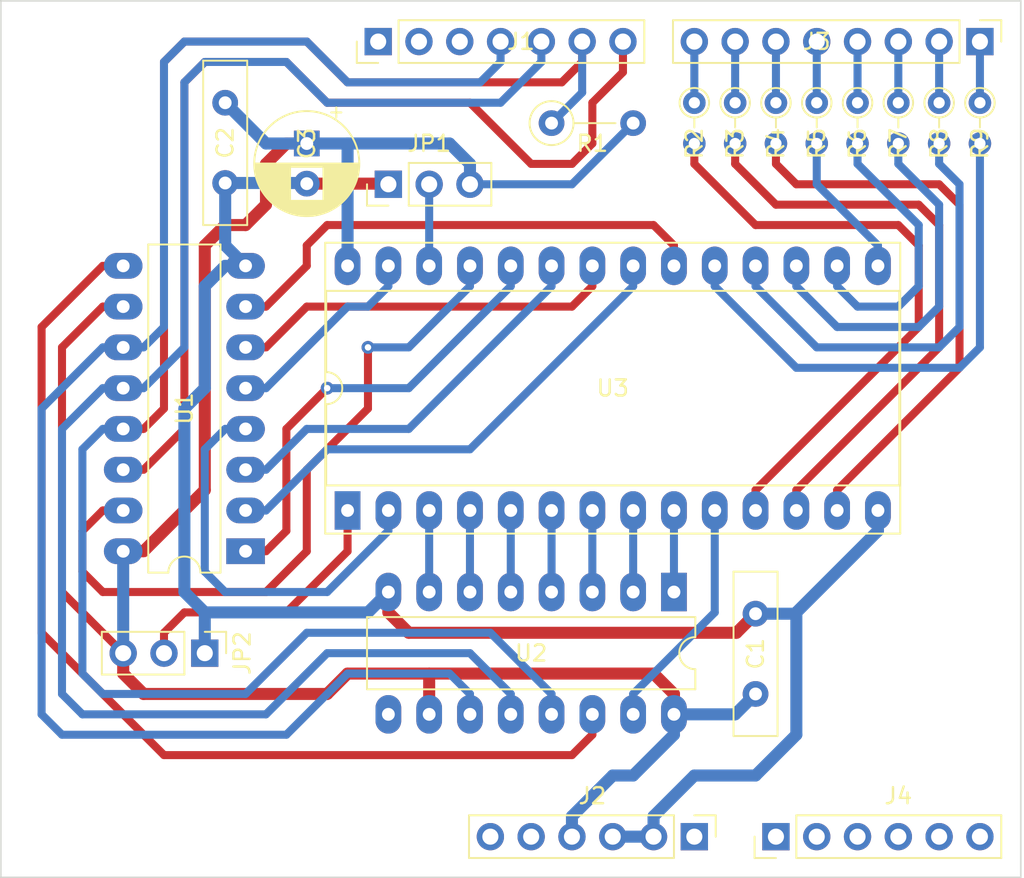
<source format=kicad_pcb>
(kicad_pcb (version 20171130) (host pcbnew "(5.1.12)-1")

  (general
    (thickness 1.6)
    (drawings 4)
    (tracks 272)
    (zones 0)
    (modules 21)
    (nets 55)
  )

  (page A4)
  (layers
    (0 F.Cu signal)
    (31 B.Cu signal)
    (32 B.Adhes user)
    (33 F.Adhes user)
    (34 B.Paste user)
    (35 F.Paste user)
    (36 B.SilkS user)
    (37 F.SilkS user)
    (38 B.Mask user)
    (39 F.Mask user)
    (40 Dwgs.User user)
    (41 Cmts.User user)
    (42 Eco1.User user)
    (43 Eco2.User user)
    (44 Edge.Cuts user)
    (45 Margin user)
    (46 B.CrtYd user)
    (47 F.CrtYd user)
    (48 B.Fab user)
    (49 F.Fab user)
  )

  (setup
    (last_trace_width 0.75)
    (user_trace_width 0.5)
    (user_trace_width 0.75)
    (trace_clearance 0.2)
    (zone_clearance 0.508)
    (zone_45_only no)
    (trace_min 0.2)
    (via_size 0.8)
    (via_drill 0.4)
    (via_min_size 0.4)
    (via_min_drill 0.3)
    (uvia_size 0.3)
    (uvia_drill 0.1)
    (uvias_allowed no)
    (uvia_min_size 0.2)
    (uvia_min_drill 0.1)
    (edge_width 0.05)
    (segment_width 0.2)
    (pcb_text_width 0.3)
    (pcb_text_size 1.5 1.5)
    (mod_edge_width 0.12)
    (mod_text_size 1 1)
    (mod_text_width 0.15)
    (pad_size 1.524 1.524)
    (pad_drill 0.762)
    (pad_to_mask_clearance 0)
    (aux_axis_origin 0 0)
    (visible_elements 7FFFFFFF)
    (pcbplotparams
      (layerselection 0x010fc_ffffffff)
      (usegerberextensions false)
      (usegerberattributes true)
      (usegerberadvancedattributes true)
      (creategerberjobfile true)
      (excludeedgelayer true)
      (linewidth 0.100000)
      (plotframeref false)
      (viasonmask false)
      (mode 1)
      (useauxorigin false)
      (hpglpennumber 1)
      (hpglpenspeed 20)
      (hpglpendiameter 15.000000)
      (psnegative false)
      (psa4output false)
      (plotreference true)
      (plotvalue true)
      (plotinvisibletext false)
      (padsonsilk false)
      (subtractmaskfromsilk false)
      (outputformat 1)
      (mirror false)
      (drillshape 1)
      (scaleselection 1)
      (outputdirectory ""))
  )

  (net 0 "")
  (net 1 "Net-(J1-Pad7)")
  (net 2 "Net-(J1-Pad6)")
  (net 3 "Net-(J1-Pad5)")
  (net 4 "Net-(J1-Pad4)")
  (net 5 "Net-(J1-Pad3)")
  (net 6 "Net-(J1-Pad2)")
  (net 7 "Net-(J1-Pad1)")
  (net 8 "Net-(J2-Pad6)")
  (net 9 "Net-(J2-Pad5)")
  (net 10 VCC)
  (net 11 GND)
  (net 12 "Net-(J2-Pad1)")
  (net 13 /D0)
  (net 14 /D1)
  (net 15 /D2)
  (net 16 /D3)
  (net 17 /D4)
  (net 18 /D5)
  (net 19 /D6)
  (net 20 /D7)
  (net 21 "Net-(J4-Pad6)")
  (net 22 "Net-(J4-Pad5)")
  (net 23 "Net-(J4-Pad4)")
  (net 24 "Net-(J4-Pad3)")
  (net 25 "Net-(J4-Pad2)")
  (net 26 "Net-(J4-Pad1)")
  (net 27 /A13)
  (net 28 /A14)
  (net 29 "Net-(R2-Pad2)")
  (net 30 "Net-(R3-Pad2)")
  (net 31 "Net-(R4-Pad2)")
  (net 32 "Net-(R5-Pad2)")
  (net 33 "Net-(R6-Pad2)")
  (net 34 "Net-(R7-Pad2)")
  (net 35 "Net-(R8-Pad2)")
  (net 36 "Net-(R9-Pad2)")
  (net 37 /A8)
  (net 38 /CS)
  (net 39 /OE)
  (net 40 /WE)
  (net 41 /A12)
  (net 42 /A11)
  (net 43 /A10)
  (net 44 "Net-(U1-Pad9)")
  (net 45 /A9)
  (net 46 /A0)
  (net 47 /A7)
  (net 48 /A6)
  (net 49 /A5)
  (net 50 /A4)
  (net 51 /A3)
  (net 52 /A2)
  (net 53 "Net-(U2-Pad9)")
  (net 54 /A1)

  (net_class Default "This is the default net class."
    (clearance 0.2)
    (trace_width 0.25)
    (via_dia 0.8)
    (via_drill 0.4)
    (uvia_dia 0.3)
    (uvia_drill 0.1)
    (add_net /A0)
    (add_net /A1)
    (add_net /A10)
    (add_net /A11)
    (add_net /A12)
    (add_net /A13)
    (add_net /A14)
    (add_net /A2)
    (add_net /A3)
    (add_net /A4)
    (add_net /A5)
    (add_net /A6)
    (add_net /A7)
    (add_net /A8)
    (add_net /A9)
    (add_net /CS)
    (add_net /D0)
    (add_net /D1)
    (add_net /D2)
    (add_net /D3)
    (add_net /D4)
    (add_net /D5)
    (add_net /D6)
    (add_net /D7)
    (add_net /OE)
    (add_net /WE)
    (add_net GND)
    (add_net "Net-(J1-Pad1)")
    (add_net "Net-(J1-Pad2)")
    (add_net "Net-(J1-Pad3)")
    (add_net "Net-(J1-Pad4)")
    (add_net "Net-(J1-Pad5)")
    (add_net "Net-(J1-Pad6)")
    (add_net "Net-(J1-Pad7)")
    (add_net "Net-(J2-Pad1)")
    (add_net "Net-(J2-Pad5)")
    (add_net "Net-(J2-Pad6)")
    (add_net "Net-(J4-Pad1)")
    (add_net "Net-(J4-Pad2)")
    (add_net "Net-(J4-Pad3)")
    (add_net "Net-(J4-Pad4)")
    (add_net "Net-(J4-Pad5)")
    (add_net "Net-(J4-Pad6)")
    (add_net "Net-(R2-Pad2)")
    (add_net "Net-(R3-Pad2)")
    (add_net "Net-(R4-Pad2)")
    (add_net "Net-(R5-Pad2)")
    (add_net "Net-(R6-Pad2)")
    (add_net "Net-(R7-Pad2)")
    (add_net "Net-(R8-Pad2)")
    (add_net "Net-(R9-Pad2)")
    (add_net "Net-(U1-Pad9)")
    (add_net "Net-(U2-Pad9)")
    (add_net VCC)
  )

  (module Package_DIP:DIP-28_W15.24mm_Socket_LongPads (layer F.Cu) (tedit 5A02E8C5) (tstamp 62779093)
    (at 107.95 100.33 90)
    (descr "28-lead though-hole mounted DIP package, row spacing 15.24 mm (600 mils), Socket, LongPads")
    (tags "THT DIP DIL PDIP 2.54mm 15.24mm 600mil Socket LongPads")
    (path /6277D138)
    (fp_text reference U3 (at 7.62 16.51 180) (layer F.SilkS)
      (effects (font (size 1 1) (thickness 0.15)))
    )
    (fp_text value 28C256 (at 7.62 35.35 90) (layer F.Fab)
      (effects (font (size 1 1) (thickness 0.15)))
    )
    (fp_line (start 16.8 -1.6) (end -1.55 -1.6) (layer F.CrtYd) (width 0.05))
    (fp_line (start 16.8 34.65) (end 16.8 -1.6) (layer F.CrtYd) (width 0.05))
    (fp_line (start -1.55 34.65) (end 16.8 34.65) (layer F.CrtYd) (width 0.05))
    (fp_line (start -1.55 -1.6) (end -1.55 34.65) (layer F.CrtYd) (width 0.05))
    (fp_line (start 16.68 -1.39) (end -1.44 -1.39) (layer F.SilkS) (width 0.12))
    (fp_line (start 16.68 34.41) (end 16.68 -1.39) (layer F.SilkS) (width 0.12))
    (fp_line (start -1.44 34.41) (end 16.68 34.41) (layer F.SilkS) (width 0.12))
    (fp_line (start -1.44 -1.39) (end -1.44 34.41) (layer F.SilkS) (width 0.12))
    (fp_line (start 13.68 -1.33) (end 8.62 -1.33) (layer F.SilkS) (width 0.12))
    (fp_line (start 13.68 34.35) (end 13.68 -1.33) (layer F.SilkS) (width 0.12))
    (fp_line (start 1.56 34.35) (end 13.68 34.35) (layer F.SilkS) (width 0.12))
    (fp_line (start 1.56 -1.33) (end 1.56 34.35) (layer F.SilkS) (width 0.12))
    (fp_line (start 6.62 -1.33) (end 1.56 -1.33) (layer F.SilkS) (width 0.12))
    (fp_line (start 16.51 -1.33) (end -1.27 -1.33) (layer F.Fab) (width 0.1))
    (fp_line (start 16.51 34.35) (end 16.51 -1.33) (layer F.Fab) (width 0.1))
    (fp_line (start -1.27 34.35) (end 16.51 34.35) (layer F.Fab) (width 0.1))
    (fp_line (start -1.27 -1.33) (end -1.27 34.35) (layer F.Fab) (width 0.1))
    (fp_line (start 0.255 -0.27) (end 1.255 -1.27) (layer F.Fab) (width 0.1))
    (fp_line (start 0.255 34.29) (end 0.255 -0.27) (layer F.Fab) (width 0.1))
    (fp_line (start 14.985 34.29) (end 0.255 34.29) (layer F.Fab) (width 0.1))
    (fp_line (start 14.985 -1.27) (end 14.985 34.29) (layer F.Fab) (width 0.1))
    (fp_line (start 1.255 -1.27) (end 14.985 -1.27) (layer F.Fab) (width 0.1))
    (fp_text user %R (at 7.62 16.51 90) (layer F.Fab)
      (effects (font (size 1 1) (thickness 0.15)))
    )
    (fp_arc (start 7.62 -1.33) (end 6.62 -1.33) (angle -180) (layer F.SilkS) (width 0.12))
    (pad 28 thru_hole oval (at 15.24 0 90) (size 2.4 1.6) (drill 0.8) (layers *.Cu *.Mask)
      (net 10 VCC))
    (pad 14 thru_hole oval (at 0 33.02 90) (size 2.4 1.6) (drill 0.8) (layers *.Cu *.Mask)
      (net 11 GND))
    (pad 27 thru_hole oval (at 15.24 2.54 90) (size 2.4 1.6) (drill 0.8) (layers *.Cu *.Mask)
      (net 40 /WE))
    (pad 13 thru_hole oval (at 0 30.48 90) (size 2.4 1.6) (drill 0.8) (layers *.Cu *.Mask)
      (net 31 "Net-(R4-Pad2)"))
    (pad 26 thru_hole oval (at 15.24 5.08 90) (size 2.4 1.6) (drill 0.8) (layers *.Cu *.Mask)
      (net 27 /A13))
    (pad 12 thru_hole oval (at 0 27.94 90) (size 2.4 1.6) (drill 0.8) (layers *.Cu *.Mask)
      (net 30 "Net-(R3-Pad2)"))
    (pad 25 thru_hole oval (at 15.24 7.62 90) (size 2.4 1.6) (drill 0.8) (layers *.Cu *.Mask)
      (net 37 /A8))
    (pad 11 thru_hole oval (at 0 25.4 90) (size 2.4 1.6) (drill 0.8) (layers *.Cu *.Mask)
      (net 29 "Net-(R2-Pad2)"))
    (pad 24 thru_hole oval (at 15.24 10.16 90) (size 2.4 1.6) (drill 0.8) (layers *.Cu *.Mask)
      (net 45 /A9))
    (pad 10 thru_hole oval (at 0 22.86 90) (size 2.4 1.6) (drill 0.8) (layers *.Cu *.Mask)
      (net 46 /A0))
    (pad 23 thru_hole oval (at 15.24 12.7 90) (size 2.4 1.6) (drill 0.8) (layers *.Cu *.Mask)
      (net 42 /A11))
    (pad 9 thru_hole oval (at 0 20.32 90) (size 2.4 1.6) (drill 0.8) (layers *.Cu *.Mask)
      (net 54 /A1))
    (pad 22 thru_hole oval (at 15.24 15.24 90) (size 2.4 1.6) (drill 0.8) (layers *.Cu *.Mask)
      (net 39 /OE))
    (pad 8 thru_hole oval (at 0 17.78 90) (size 2.4 1.6) (drill 0.8) (layers *.Cu *.Mask)
      (net 52 /A2))
    (pad 21 thru_hole oval (at 15.24 17.78 90) (size 2.4 1.6) (drill 0.8) (layers *.Cu *.Mask)
      (net 43 /A10))
    (pad 7 thru_hole oval (at 0 15.24 90) (size 2.4 1.6) (drill 0.8) (layers *.Cu *.Mask)
      (net 51 /A3))
    (pad 20 thru_hole oval (at 15.24 20.32 90) (size 2.4 1.6) (drill 0.8) (layers *.Cu *.Mask)
      (net 38 /CS))
    (pad 6 thru_hole oval (at 0 12.7 90) (size 2.4 1.6) (drill 0.8) (layers *.Cu *.Mask)
      (net 50 /A4))
    (pad 19 thru_hole oval (at 15.24 22.86 90) (size 2.4 1.6) (drill 0.8) (layers *.Cu *.Mask)
      (net 36 "Net-(R9-Pad2)"))
    (pad 5 thru_hole oval (at 0 10.16 90) (size 2.4 1.6) (drill 0.8) (layers *.Cu *.Mask)
      (net 49 /A5))
    (pad 18 thru_hole oval (at 15.24 25.4 90) (size 2.4 1.6) (drill 0.8) (layers *.Cu *.Mask)
      (net 35 "Net-(R8-Pad2)"))
    (pad 4 thru_hole oval (at 0 7.62 90) (size 2.4 1.6) (drill 0.8) (layers *.Cu *.Mask)
      (net 48 /A6))
    (pad 17 thru_hole oval (at 15.24 27.94 90) (size 2.4 1.6) (drill 0.8) (layers *.Cu *.Mask)
      (net 34 "Net-(R7-Pad2)"))
    (pad 3 thru_hole oval (at 0 5.08 90) (size 2.4 1.6) (drill 0.8) (layers *.Cu *.Mask)
      (net 47 /A7))
    (pad 16 thru_hole oval (at 15.24 30.48 90) (size 2.4 1.6) (drill 0.8) (layers *.Cu *.Mask)
      (net 33 "Net-(R6-Pad2)"))
    (pad 2 thru_hole oval (at 0 2.54 90) (size 2.4 1.6) (drill 0.8) (layers *.Cu *.Mask)
      (net 41 /A12))
    (pad 15 thru_hole oval (at 15.24 33.02 90) (size 2.4 1.6) (drill 0.8) (layers *.Cu *.Mask)
      (net 32 "Net-(R5-Pad2)"))
    (pad 1 thru_hole rect (at 0 0 90) (size 2.4 1.6) (drill 0.8) (layers *.Cu *.Mask)
      (net 28 /A14))
    (model ${KISYS3DMOD}/Package_DIP.3dshapes/DIP-28_W15.24mm_Socket.wrl
      (at (xyz 0 0 0))
      (scale (xyz 1 1 1))
      (rotate (xyz 0 0 0))
    )
  )

  (module Capacitor_THT:CP_Radial_D6.3mm_P2.50mm (layer F.Cu) (tedit 5AE50EF0) (tstamp 6277D6A0)
    (at 105.41 77.47 270)
    (descr "CP, Radial series, Radial, pin pitch=2.50mm, , diameter=6.3mm, Electrolytic Capacitor")
    (tags "CP Radial series Radial pin pitch 2.50mm  diameter 6.3mm Electrolytic Capacitor")
    (path /62781734)
    (fp_text reference C3 (at 0 0 90) (layer F.SilkS)
      (effects (font (size 1 1) (thickness 0.15)))
    )
    (fp_text value 47u (at -3.81 1.27 90) (layer F.Fab)
      (effects (font (size 1 1) (thickness 0.15)))
    )
    (fp_line (start -1.935241 -2.154) (end -1.935241 -1.524) (layer F.SilkS) (width 0.12))
    (fp_line (start -2.250241 -1.839) (end -1.620241 -1.839) (layer F.SilkS) (width 0.12))
    (fp_line (start 4.491 -0.402) (end 4.491 0.402) (layer F.SilkS) (width 0.12))
    (fp_line (start 4.451 -0.633) (end 4.451 0.633) (layer F.SilkS) (width 0.12))
    (fp_line (start 4.411 -0.802) (end 4.411 0.802) (layer F.SilkS) (width 0.12))
    (fp_line (start 4.371 -0.94) (end 4.371 0.94) (layer F.SilkS) (width 0.12))
    (fp_line (start 4.331 -1.059) (end 4.331 1.059) (layer F.SilkS) (width 0.12))
    (fp_line (start 4.291 -1.165) (end 4.291 1.165) (layer F.SilkS) (width 0.12))
    (fp_line (start 4.251 -1.262) (end 4.251 1.262) (layer F.SilkS) (width 0.12))
    (fp_line (start 4.211 -1.35) (end 4.211 1.35) (layer F.SilkS) (width 0.12))
    (fp_line (start 4.171 -1.432) (end 4.171 1.432) (layer F.SilkS) (width 0.12))
    (fp_line (start 4.131 -1.509) (end 4.131 1.509) (layer F.SilkS) (width 0.12))
    (fp_line (start 4.091 -1.581) (end 4.091 1.581) (layer F.SilkS) (width 0.12))
    (fp_line (start 4.051 -1.65) (end 4.051 1.65) (layer F.SilkS) (width 0.12))
    (fp_line (start 4.011 -1.714) (end 4.011 1.714) (layer F.SilkS) (width 0.12))
    (fp_line (start 3.971 -1.776) (end 3.971 1.776) (layer F.SilkS) (width 0.12))
    (fp_line (start 3.931 -1.834) (end 3.931 1.834) (layer F.SilkS) (width 0.12))
    (fp_line (start 3.891 -1.89) (end 3.891 1.89) (layer F.SilkS) (width 0.12))
    (fp_line (start 3.851 -1.944) (end 3.851 1.944) (layer F.SilkS) (width 0.12))
    (fp_line (start 3.811 -1.995) (end 3.811 1.995) (layer F.SilkS) (width 0.12))
    (fp_line (start 3.771 -2.044) (end 3.771 2.044) (layer F.SilkS) (width 0.12))
    (fp_line (start 3.731 -2.092) (end 3.731 2.092) (layer F.SilkS) (width 0.12))
    (fp_line (start 3.691 -2.137) (end 3.691 2.137) (layer F.SilkS) (width 0.12))
    (fp_line (start 3.651 -2.182) (end 3.651 2.182) (layer F.SilkS) (width 0.12))
    (fp_line (start 3.611 -2.224) (end 3.611 2.224) (layer F.SilkS) (width 0.12))
    (fp_line (start 3.571 -2.265) (end 3.571 2.265) (layer F.SilkS) (width 0.12))
    (fp_line (start 3.531 1.04) (end 3.531 2.305) (layer F.SilkS) (width 0.12))
    (fp_line (start 3.531 -2.305) (end 3.531 -1.04) (layer F.SilkS) (width 0.12))
    (fp_line (start 3.491 1.04) (end 3.491 2.343) (layer F.SilkS) (width 0.12))
    (fp_line (start 3.491 -2.343) (end 3.491 -1.04) (layer F.SilkS) (width 0.12))
    (fp_line (start 3.451 1.04) (end 3.451 2.38) (layer F.SilkS) (width 0.12))
    (fp_line (start 3.451 -2.38) (end 3.451 -1.04) (layer F.SilkS) (width 0.12))
    (fp_line (start 3.411 1.04) (end 3.411 2.416) (layer F.SilkS) (width 0.12))
    (fp_line (start 3.411 -2.416) (end 3.411 -1.04) (layer F.SilkS) (width 0.12))
    (fp_line (start 3.371 1.04) (end 3.371 2.45) (layer F.SilkS) (width 0.12))
    (fp_line (start 3.371 -2.45) (end 3.371 -1.04) (layer F.SilkS) (width 0.12))
    (fp_line (start 3.331 1.04) (end 3.331 2.484) (layer F.SilkS) (width 0.12))
    (fp_line (start 3.331 -2.484) (end 3.331 -1.04) (layer F.SilkS) (width 0.12))
    (fp_line (start 3.291 1.04) (end 3.291 2.516) (layer F.SilkS) (width 0.12))
    (fp_line (start 3.291 -2.516) (end 3.291 -1.04) (layer F.SilkS) (width 0.12))
    (fp_line (start 3.251 1.04) (end 3.251 2.548) (layer F.SilkS) (width 0.12))
    (fp_line (start 3.251 -2.548) (end 3.251 -1.04) (layer F.SilkS) (width 0.12))
    (fp_line (start 3.211 1.04) (end 3.211 2.578) (layer F.SilkS) (width 0.12))
    (fp_line (start 3.211 -2.578) (end 3.211 -1.04) (layer F.SilkS) (width 0.12))
    (fp_line (start 3.171 1.04) (end 3.171 2.607) (layer F.SilkS) (width 0.12))
    (fp_line (start 3.171 -2.607) (end 3.171 -1.04) (layer F.SilkS) (width 0.12))
    (fp_line (start 3.131 1.04) (end 3.131 2.636) (layer F.SilkS) (width 0.12))
    (fp_line (start 3.131 -2.636) (end 3.131 -1.04) (layer F.SilkS) (width 0.12))
    (fp_line (start 3.091 1.04) (end 3.091 2.664) (layer F.SilkS) (width 0.12))
    (fp_line (start 3.091 -2.664) (end 3.091 -1.04) (layer F.SilkS) (width 0.12))
    (fp_line (start 3.051 1.04) (end 3.051 2.69) (layer F.SilkS) (width 0.12))
    (fp_line (start 3.051 -2.69) (end 3.051 -1.04) (layer F.SilkS) (width 0.12))
    (fp_line (start 3.011 1.04) (end 3.011 2.716) (layer F.SilkS) (width 0.12))
    (fp_line (start 3.011 -2.716) (end 3.011 -1.04) (layer F.SilkS) (width 0.12))
    (fp_line (start 2.971 1.04) (end 2.971 2.742) (layer F.SilkS) (width 0.12))
    (fp_line (start 2.971 -2.742) (end 2.971 -1.04) (layer F.SilkS) (width 0.12))
    (fp_line (start 2.931 1.04) (end 2.931 2.766) (layer F.SilkS) (width 0.12))
    (fp_line (start 2.931 -2.766) (end 2.931 -1.04) (layer F.SilkS) (width 0.12))
    (fp_line (start 2.891 1.04) (end 2.891 2.79) (layer F.SilkS) (width 0.12))
    (fp_line (start 2.891 -2.79) (end 2.891 -1.04) (layer F.SilkS) (width 0.12))
    (fp_line (start 2.851 1.04) (end 2.851 2.812) (layer F.SilkS) (width 0.12))
    (fp_line (start 2.851 -2.812) (end 2.851 -1.04) (layer F.SilkS) (width 0.12))
    (fp_line (start 2.811 1.04) (end 2.811 2.834) (layer F.SilkS) (width 0.12))
    (fp_line (start 2.811 -2.834) (end 2.811 -1.04) (layer F.SilkS) (width 0.12))
    (fp_line (start 2.771 1.04) (end 2.771 2.856) (layer F.SilkS) (width 0.12))
    (fp_line (start 2.771 -2.856) (end 2.771 -1.04) (layer F.SilkS) (width 0.12))
    (fp_line (start 2.731 1.04) (end 2.731 2.876) (layer F.SilkS) (width 0.12))
    (fp_line (start 2.731 -2.876) (end 2.731 -1.04) (layer F.SilkS) (width 0.12))
    (fp_line (start 2.691 1.04) (end 2.691 2.896) (layer F.SilkS) (width 0.12))
    (fp_line (start 2.691 -2.896) (end 2.691 -1.04) (layer F.SilkS) (width 0.12))
    (fp_line (start 2.651 1.04) (end 2.651 2.916) (layer F.SilkS) (width 0.12))
    (fp_line (start 2.651 -2.916) (end 2.651 -1.04) (layer F.SilkS) (width 0.12))
    (fp_line (start 2.611 1.04) (end 2.611 2.934) (layer F.SilkS) (width 0.12))
    (fp_line (start 2.611 -2.934) (end 2.611 -1.04) (layer F.SilkS) (width 0.12))
    (fp_line (start 2.571 1.04) (end 2.571 2.952) (layer F.SilkS) (width 0.12))
    (fp_line (start 2.571 -2.952) (end 2.571 -1.04) (layer F.SilkS) (width 0.12))
    (fp_line (start 2.531 1.04) (end 2.531 2.97) (layer F.SilkS) (width 0.12))
    (fp_line (start 2.531 -2.97) (end 2.531 -1.04) (layer F.SilkS) (width 0.12))
    (fp_line (start 2.491 1.04) (end 2.491 2.986) (layer F.SilkS) (width 0.12))
    (fp_line (start 2.491 -2.986) (end 2.491 -1.04) (layer F.SilkS) (width 0.12))
    (fp_line (start 2.451 1.04) (end 2.451 3.002) (layer F.SilkS) (width 0.12))
    (fp_line (start 2.451 -3.002) (end 2.451 -1.04) (layer F.SilkS) (width 0.12))
    (fp_line (start 2.411 1.04) (end 2.411 3.018) (layer F.SilkS) (width 0.12))
    (fp_line (start 2.411 -3.018) (end 2.411 -1.04) (layer F.SilkS) (width 0.12))
    (fp_line (start 2.371 1.04) (end 2.371 3.033) (layer F.SilkS) (width 0.12))
    (fp_line (start 2.371 -3.033) (end 2.371 -1.04) (layer F.SilkS) (width 0.12))
    (fp_line (start 2.331 1.04) (end 2.331 3.047) (layer F.SilkS) (width 0.12))
    (fp_line (start 2.331 -3.047) (end 2.331 -1.04) (layer F.SilkS) (width 0.12))
    (fp_line (start 2.291 1.04) (end 2.291 3.061) (layer F.SilkS) (width 0.12))
    (fp_line (start 2.291 -3.061) (end 2.291 -1.04) (layer F.SilkS) (width 0.12))
    (fp_line (start 2.251 1.04) (end 2.251 3.074) (layer F.SilkS) (width 0.12))
    (fp_line (start 2.251 -3.074) (end 2.251 -1.04) (layer F.SilkS) (width 0.12))
    (fp_line (start 2.211 1.04) (end 2.211 3.086) (layer F.SilkS) (width 0.12))
    (fp_line (start 2.211 -3.086) (end 2.211 -1.04) (layer F.SilkS) (width 0.12))
    (fp_line (start 2.171 1.04) (end 2.171 3.098) (layer F.SilkS) (width 0.12))
    (fp_line (start 2.171 -3.098) (end 2.171 -1.04) (layer F.SilkS) (width 0.12))
    (fp_line (start 2.131 1.04) (end 2.131 3.11) (layer F.SilkS) (width 0.12))
    (fp_line (start 2.131 -3.11) (end 2.131 -1.04) (layer F.SilkS) (width 0.12))
    (fp_line (start 2.091 1.04) (end 2.091 3.121) (layer F.SilkS) (width 0.12))
    (fp_line (start 2.091 -3.121) (end 2.091 -1.04) (layer F.SilkS) (width 0.12))
    (fp_line (start 2.051 1.04) (end 2.051 3.131) (layer F.SilkS) (width 0.12))
    (fp_line (start 2.051 -3.131) (end 2.051 -1.04) (layer F.SilkS) (width 0.12))
    (fp_line (start 2.011 1.04) (end 2.011 3.141) (layer F.SilkS) (width 0.12))
    (fp_line (start 2.011 -3.141) (end 2.011 -1.04) (layer F.SilkS) (width 0.12))
    (fp_line (start 1.971 1.04) (end 1.971 3.15) (layer F.SilkS) (width 0.12))
    (fp_line (start 1.971 -3.15) (end 1.971 -1.04) (layer F.SilkS) (width 0.12))
    (fp_line (start 1.93 1.04) (end 1.93 3.159) (layer F.SilkS) (width 0.12))
    (fp_line (start 1.93 -3.159) (end 1.93 -1.04) (layer F.SilkS) (width 0.12))
    (fp_line (start 1.89 1.04) (end 1.89 3.167) (layer F.SilkS) (width 0.12))
    (fp_line (start 1.89 -3.167) (end 1.89 -1.04) (layer F.SilkS) (width 0.12))
    (fp_line (start 1.85 1.04) (end 1.85 3.175) (layer F.SilkS) (width 0.12))
    (fp_line (start 1.85 -3.175) (end 1.85 -1.04) (layer F.SilkS) (width 0.12))
    (fp_line (start 1.81 1.04) (end 1.81 3.182) (layer F.SilkS) (width 0.12))
    (fp_line (start 1.81 -3.182) (end 1.81 -1.04) (layer F.SilkS) (width 0.12))
    (fp_line (start 1.77 1.04) (end 1.77 3.189) (layer F.SilkS) (width 0.12))
    (fp_line (start 1.77 -3.189) (end 1.77 -1.04) (layer F.SilkS) (width 0.12))
    (fp_line (start 1.73 1.04) (end 1.73 3.195) (layer F.SilkS) (width 0.12))
    (fp_line (start 1.73 -3.195) (end 1.73 -1.04) (layer F.SilkS) (width 0.12))
    (fp_line (start 1.69 1.04) (end 1.69 3.201) (layer F.SilkS) (width 0.12))
    (fp_line (start 1.69 -3.201) (end 1.69 -1.04) (layer F.SilkS) (width 0.12))
    (fp_line (start 1.65 1.04) (end 1.65 3.206) (layer F.SilkS) (width 0.12))
    (fp_line (start 1.65 -3.206) (end 1.65 -1.04) (layer F.SilkS) (width 0.12))
    (fp_line (start 1.61 1.04) (end 1.61 3.211) (layer F.SilkS) (width 0.12))
    (fp_line (start 1.61 -3.211) (end 1.61 -1.04) (layer F.SilkS) (width 0.12))
    (fp_line (start 1.57 1.04) (end 1.57 3.215) (layer F.SilkS) (width 0.12))
    (fp_line (start 1.57 -3.215) (end 1.57 -1.04) (layer F.SilkS) (width 0.12))
    (fp_line (start 1.53 1.04) (end 1.53 3.218) (layer F.SilkS) (width 0.12))
    (fp_line (start 1.53 -3.218) (end 1.53 -1.04) (layer F.SilkS) (width 0.12))
    (fp_line (start 1.49 1.04) (end 1.49 3.222) (layer F.SilkS) (width 0.12))
    (fp_line (start 1.49 -3.222) (end 1.49 -1.04) (layer F.SilkS) (width 0.12))
    (fp_line (start 1.45 -3.224) (end 1.45 3.224) (layer F.SilkS) (width 0.12))
    (fp_line (start 1.41 -3.227) (end 1.41 3.227) (layer F.SilkS) (width 0.12))
    (fp_line (start 1.37 -3.228) (end 1.37 3.228) (layer F.SilkS) (width 0.12))
    (fp_line (start 1.33 -3.23) (end 1.33 3.23) (layer F.SilkS) (width 0.12))
    (fp_line (start 1.29 -3.23) (end 1.29 3.23) (layer F.SilkS) (width 0.12))
    (fp_line (start 1.25 -3.23) (end 1.25 3.23) (layer F.SilkS) (width 0.12))
    (fp_line (start -1.128972 -1.6885) (end -1.128972 -1.0585) (layer F.Fab) (width 0.1))
    (fp_line (start -1.443972 -1.3735) (end -0.813972 -1.3735) (layer F.Fab) (width 0.1))
    (fp_circle (center 1.25 0) (end 4.65 0) (layer F.CrtYd) (width 0.05))
    (fp_circle (center 1.25 0) (end 4.52 0) (layer F.SilkS) (width 0.12))
    (fp_circle (center 1.25 0) (end 4.4 0) (layer F.Fab) (width 0.1))
    (fp_text user %R (at 1.25 0 90) (layer F.Fab)
      (effects (font (size 1 1) (thickness 0.15)))
    )
    (pad 2 thru_hole circle (at 2.5 0 270) (size 1.6 1.6) (drill 0.8) (layers *.Cu *.Mask)
      (net 11 GND))
    (pad 1 thru_hole rect (at 0 0 270) (size 1.6 1.6) (drill 0.8) (layers *.Cu *.Mask)
      (net 10 VCC))
    (model ${KISYS3DMOD}/Capacitor_THT.3dshapes/CP_Radial_D6.3mm_P2.50mm.wrl
      (at (xyz 0 0 0))
      (scale (xyz 1 1 1))
      (rotate (xyz 0 0 0))
    )
  )

  (module Resistor_THT:R_Axial_DIN0207_L6.3mm_D2.5mm_P5.08mm_Vertical (layer F.Cu) (tedit 5AE5139B) (tstamp 62778FA3)
    (at 120.65 76.2)
    (descr "Resistor, Axial_DIN0207 series, Axial, Vertical, pin pitch=5.08mm, 0.25W = 1/4W, length*diameter=6.3*2.5mm^2, http://cdn-reichelt.de/documents/datenblatt/B400/1_4W%23YAG.pdf")
    (tags "Resistor Axial_DIN0207 series Axial Vertical pin pitch 5.08mm 0.25W = 1/4W length 6.3mm diameter 2.5mm")
    (path /6279AB78)
    (fp_text reference R1 (at 2.54 1.27) (layer F.SilkS)
      (effects (font (size 1 1) (thickness 0.15)))
    )
    (fp_text value 10k (at 1.27 1.92) (layer F.Fab)
      (effects (font (size 1 1) (thickness 0.15)))
    )
    (fp_line (start 6.13 -1.5) (end -1.5 -1.5) (layer F.CrtYd) (width 0.05))
    (fp_line (start 6.13 1.5) (end 6.13 -1.5) (layer F.CrtYd) (width 0.05))
    (fp_line (start -1.5 1.5) (end 6.13 1.5) (layer F.CrtYd) (width 0.05))
    (fp_line (start -1.5 -1.5) (end -1.5 1.5) (layer F.CrtYd) (width 0.05))
    (fp_line (start 1.37 0) (end 3.98 0) (layer F.SilkS) (width 0.12))
    (fp_line (start 0 0) (end 5.08 0) (layer F.Fab) (width 0.1))
    (fp_circle (center 0 0) (end 1.37 0) (layer F.SilkS) (width 0.12))
    (fp_circle (center 0 0) (end 1.25 0) (layer F.Fab) (width 0.1))
    (fp_text user %R (at 1.27 -1.92) (layer F.Fab)
      (effects (font (size 1 1) (thickness 0.15)))
    )
    (pad 2 thru_hole oval (at 5.08 0) (size 1.6 1.6) (drill 0.8) (layers *.Cu *.Mask)
      (net 10 VCC))
    (pad 1 thru_hole circle (at 0 0) (size 1.6 1.6) (drill 0.8) (layers *.Cu *.Mask)
      (net 2 "Net-(J1-Pad6)"))
    (model ${KISYS3DMOD}/Resistor_THT.3dshapes/R_Axial_DIN0207_L6.3mm_D2.5mm_P5.08mm_Vertical.wrl
      (at (xyz 0 0 0))
      (scale (xyz 1 1 1))
      (rotate (xyz 0 0 0))
    )
  )

  (module Capacitor_THT:C_Disc_D10.0mm_W2.5mm_P5.00mm (layer F.Cu) (tedit 5AE50EF0) (tstamp 6277D61F)
    (at 100.33 74.93 270)
    (descr "C, Disc series, Radial, pin pitch=5.00mm, , diameter*width=10*2.5mm^2, Capacitor, http://cdn-reichelt.de/documents/datenblatt/B300/DS_KERKO_TC.pdf")
    (tags "C Disc series Radial pin pitch 5.00mm  diameter 10mm width 2.5mm Capacitor")
    (path /627837CC)
    (fp_text reference C2 (at 2.5 0 90) (layer F.SilkS)
      (effects (font (size 1 1) (thickness 0.15)))
    )
    (fp_text value 100n (at 2.5 2.5 90) (layer F.Fab)
      (effects (font (size 1 1) (thickness 0.15)))
    )
    (fp_line (start 7.75 -1.5) (end -2.75 -1.5) (layer F.CrtYd) (width 0.05))
    (fp_line (start 7.75 1.5) (end 7.75 -1.5) (layer F.CrtYd) (width 0.05))
    (fp_line (start -2.75 1.5) (end 7.75 1.5) (layer F.CrtYd) (width 0.05))
    (fp_line (start -2.75 -1.5) (end -2.75 1.5) (layer F.CrtYd) (width 0.05))
    (fp_line (start 7.62 -1.37) (end 7.62 1.37) (layer F.SilkS) (width 0.12))
    (fp_line (start -2.62 -1.37) (end -2.62 1.37) (layer F.SilkS) (width 0.12))
    (fp_line (start -2.62 1.37) (end 7.62 1.37) (layer F.SilkS) (width 0.12))
    (fp_line (start -2.62 -1.37) (end 7.62 -1.37) (layer F.SilkS) (width 0.12))
    (fp_line (start 7.5 -1.25) (end -2.5 -1.25) (layer F.Fab) (width 0.1))
    (fp_line (start 7.5 1.25) (end 7.5 -1.25) (layer F.Fab) (width 0.1))
    (fp_line (start -2.5 1.25) (end 7.5 1.25) (layer F.Fab) (width 0.1))
    (fp_line (start -2.5 -1.25) (end -2.5 1.25) (layer F.Fab) (width 0.1))
    (fp_text user %R (at 2.5 0 90) (layer F.Fab)
      (effects (font (size 1 1) (thickness 0.15)))
    )
    (pad 2 thru_hole circle (at 5 0 270) (size 1.6 1.6) (drill 0.8) (layers *.Cu *.Mask)
      (net 11 GND))
    (pad 1 thru_hole circle (at 0 0 270) (size 1.6 1.6) (drill 0.8) (layers *.Cu *.Mask)
      (net 10 VCC))
    (model ${KISYS3DMOD}/Capacitor_THT.3dshapes/C_Disc_D10.0mm_W2.5mm_P5.00mm.wrl
      (at (xyz 0 0 0))
      (scale (xyz 1 1 1))
      (rotate (xyz 0 0 0))
    )
  )

  (module Capacitor_THT:C_Disc_D10.0mm_W2.5mm_P5.00mm (layer F.Cu) (tedit 5AE50EF0) (tstamp 6277EFCA)
    (at 133.35 111.76 90)
    (descr "C, Disc series, Radial, pin pitch=5.00mm, , diameter*width=10*2.5mm^2, Capacitor, http://cdn-reichelt.de/documents/datenblatt/B300/DS_KERKO_TC.pdf")
    (tags "C Disc series Radial pin pitch 5.00mm  diameter 10mm width 2.5mm Capacitor")
    (path /6278253E)
    (fp_text reference C1 (at 2.5 0 90) (layer F.SilkS)
      (effects (font (size 1 1) (thickness 0.15)))
    )
    (fp_text value 100n (at 2.5 2.5 90) (layer F.Fab)
      (effects (font (size 1 1) (thickness 0.15)))
    )
    (fp_line (start 7.75 -1.5) (end -2.75 -1.5) (layer F.CrtYd) (width 0.05))
    (fp_line (start 7.75 1.5) (end 7.75 -1.5) (layer F.CrtYd) (width 0.05))
    (fp_line (start -2.75 1.5) (end 7.75 1.5) (layer F.CrtYd) (width 0.05))
    (fp_line (start -2.75 -1.5) (end -2.75 1.5) (layer F.CrtYd) (width 0.05))
    (fp_line (start 7.62 -1.37) (end 7.62 1.37) (layer F.SilkS) (width 0.12))
    (fp_line (start -2.62 -1.37) (end -2.62 1.37) (layer F.SilkS) (width 0.12))
    (fp_line (start -2.62 1.37) (end 7.62 1.37) (layer F.SilkS) (width 0.12))
    (fp_line (start -2.62 -1.37) (end 7.62 -1.37) (layer F.SilkS) (width 0.12))
    (fp_line (start 7.5 -1.25) (end -2.5 -1.25) (layer F.Fab) (width 0.1))
    (fp_line (start 7.5 1.25) (end 7.5 -1.25) (layer F.Fab) (width 0.1))
    (fp_line (start -2.5 1.25) (end 7.5 1.25) (layer F.Fab) (width 0.1))
    (fp_line (start -2.5 -1.25) (end -2.5 1.25) (layer F.Fab) (width 0.1))
    (fp_text user %R (at 2.5 0 90) (layer F.Fab)
      (effects (font (size 1 1) (thickness 0.15)))
    )
    (pad 2 thru_hole circle (at 5 0 90) (size 1.6 1.6) (drill 0.8) (layers *.Cu *.Mask)
      (net 11 GND))
    (pad 1 thru_hole circle (at 0 0 90) (size 1.6 1.6) (drill 0.8) (layers *.Cu *.Mask)
      (net 10 VCC))
    (model ${KISYS3DMOD}/Capacitor_THT.3dshapes/C_Disc_D10.0mm_W2.5mm_P5.00mm.wrl
      (at (xyz 0 0 0))
      (scale (xyz 1 1 1))
      (rotate (xyz 0 0 0))
    )
  )

  (module Connector_PinHeader_2.54mm:PinHeader_1x07_P2.54mm_Vertical (layer F.Cu) (tedit 59FED5CC) (tstamp 62778F16)
    (at 109.855 71.12 90)
    (descr "Through hole straight pin header, 1x07, 2.54mm pitch, single row")
    (tags "Through hole pin header THT 1x07 2.54mm single row")
    (path /6277AD4C)
    (fp_text reference J1 (at 0 8.89 180) (layer F.SilkS)
      (effects (font (size 1 1) (thickness 0.15)))
    )
    (fp_text value Conn_01x07 (at 0 7.62 180) (layer F.Fab)
      (effects (font (size 1 1) (thickness 0.15)))
    )
    (fp_line (start -0.635 -1.27) (end 1.27 -1.27) (layer F.Fab) (width 0.1))
    (fp_line (start 1.27 -1.27) (end 1.27 16.51) (layer F.Fab) (width 0.1))
    (fp_line (start 1.27 16.51) (end -1.27 16.51) (layer F.Fab) (width 0.1))
    (fp_line (start -1.27 16.51) (end -1.27 -0.635) (layer F.Fab) (width 0.1))
    (fp_line (start -1.27 -0.635) (end -0.635 -1.27) (layer F.Fab) (width 0.1))
    (fp_line (start -1.33 16.57) (end 1.33 16.57) (layer F.SilkS) (width 0.12))
    (fp_line (start -1.33 1.27) (end -1.33 16.57) (layer F.SilkS) (width 0.12))
    (fp_line (start 1.33 1.27) (end 1.33 16.57) (layer F.SilkS) (width 0.12))
    (fp_line (start -1.33 1.27) (end 1.33 1.27) (layer F.SilkS) (width 0.12))
    (fp_line (start -1.33 0) (end -1.33 -1.33) (layer F.SilkS) (width 0.12))
    (fp_line (start -1.33 -1.33) (end 0 -1.33) (layer F.SilkS) (width 0.12))
    (fp_line (start -1.8 -1.8) (end -1.8 17.05) (layer F.CrtYd) (width 0.05))
    (fp_line (start -1.8 17.05) (end 1.8 17.05) (layer F.CrtYd) (width 0.05))
    (fp_line (start 1.8 17.05) (end 1.8 -1.8) (layer F.CrtYd) (width 0.05))
    (fp_line (start 1.8 -1.8) (end -1.8 -1.8) (layer F.CrtYd) (width 0.05))
    (fp_text user %R (at 0 1.27) (layer F.Fab)
      (effects (font (size 1 1) (thickness 0.15)))
    )
    (pad 7 thru_hole oval (at 0 15.24 90) (size 1.7 1.7) (drill 1) (layers *.Cu *.Mask)
      (net 1 "Net-(J1-Pad7)"))
    (pad 6 thru_hole oval (at 0 12.7 90) (size 1.7 1.7) (drill 1) (layers *.Cu *.Mask)
      (net 2 "Net-(J1-Pad6)"))
    (pad 5 thru_hole oval (at 0 10.16 90) (size 1.7 1.7) (drill 1) (layers *.Cu *.Mask)
      (net 3 "Net-(J1-Pad5)"))
    (pad 4 thru_hole oval (at 0 7.62 90) (size 1.7 1.7) (drill 1) (layers *.Cu *.Mask)
      (net 4 "Net-(J1-Pad4)"))
    (pad 3 thru_hole oval (at 0 5.08 90) (size 1.7 1.7) (drill 1) (layers *.Cu *.Mask)
      (net 5 "Net-(J1-Pad3)"))
    (pad 2 thru_hole oval (at 0 2.54 90) (size 1.7 1.7) (drill 1) (layers *.Cu *.Mask)
      (net 6 "Net-(J1-Pad2)"))
    (pad 1 thru_hole rect (at 0 0 90) (size 1.7 1.7) (drill 1) (layers *.Cu *.Mask)
      (net 7 "Net-(J1-Pad1)"))
    (model ${KISYS3DMOD}/Connector_PinHeader_2.54mm.3dshapes/PinHeader_1x07_P2.54mm_Vertical.wrl
      (at (xyz 0 0 0))
      (scale (xyz 1 1 1))
      (rotate (xyz 0 0 0))
    )
  )

  (module Package_DIP:DIP-16_W7.62mm_LongPads (layer F.Cu) (tedit 5A02E8C5) (tstamp 627808A2)
    (at 128.27 105.41 270)
    (descr "16-lead though-hole mounted DIP package, row spacing 7.62 mm (300 mils), LongPads")
    (tags "THT DIP DIL PDIP 2.54mm 7.62mm 300mil LongPads")
    (path /627858C2)
    (fp_text reference U2 (at 3.81 8.89 180) (layer F.SilkS)
      (effects (font (size 1 1) (thickness 0.15)))
    )
    (fp_text value 74LS595 (at 3.81 6.35 180) (layer F.Fab)
      (effects (font (size 1 1) (thickness 0.15)))
    )
    (fp_line (start 1.635 -1.27) (end 6.985 -1.27) (layer F.Fab) (width 0.1))
    (fp_line (start 6.985 -1.27) (end 6.985 19.05) (layer F.Fab) (width 0.1))
    (fp_line (start 6.985 19.05) (end 0.635 19.05) (layer F.Fab) (width 0.1))
    (fp_line (start 0.635 19.05) (end 0.635 -0.27) (layer F.Fab) (width 0.1))
    (fp_line (start 0.635 -0.27) (end 1.635 -1.27) (layer F.Fab) (width 0.1))
    (fp_line (start 2.81 -1.33) (end 1.56 -1.33) (layer F.SilkS) (width 0.12))
    (fp_line (start 1.56 -1.33) (end 1.56 19.11) (layer F.SilkS) (width 0.12))
    (fp_line (start 1.56 19.11) (end 6.06 19.11) (layer F.SilkS) (width 0.12))
    (fp_line (start 6.06 19.11) (end 6.06 -1.33) (layer F.SilkS) (width 0.12))
    (fp_line (start 6.06 -1.33) (end 4.81 -1.33) (layer F.SilkS) (width 0.12))
    (fp_line (start -1.45 -1.55) (end -1.45 19.3) (layer F.CrtYd) (width 0.05))
    (fp_line (start -1.45 19.3) (end 9.1 19.3) (layer F.CrtYd) (width 0.05))
    (fp_line (start 9.1 19.3) (end 9.1 -1.55) (layer F.CrtYd) (width 0.05))
    (fp_line (start 9.1 -1.55) (end -1.45 -1.55) (layer F.CrtYd) (width 0.05))
    (fp_text user %R (at 3.81 13.97 180) (layer F.Fab)
      (effects (font (size 1 1) (thickness 0.15)))
    )
    (fp_arc (start 3.81 -1.33) (end 2.81 -1.33) (angle -180) (layer F.SilkS) (width 0.12))
    (pad 16 thru_hole oval (at 7.62 0 270) (size 2.4 1.6) (drill 0.8) (layers *.Cu *.Mask)
      (net 10 VCC))
    (pad 8 thru_hole oval (at 0 17.78 270) (size 2.4 1.6) (drill 0.8) (layers *.Cu *.Mask)
      (net 11 GND))
    (pad 15 thru_hole oval (at 7.62 2.54 270) (size 2.4 1.6) (drill 0.8) (layers *.Cu *.Mask)
      (net 46 /A0))
    (pad 7 thru_hole oval (at 0 15.24 270) (size 2.4 1.6) (drill 0.8) (layers *.Cu *.Mask)
      (net 47 /A7))
    (pad 14 thru_hole oval (at 7.62 5.08 270) (size 2.4 1.6) (drill 0.8) (layers *.Cu *.Mask)
      (net 44 "Net-(U1-Pad9)"))
    (pad 6 thru_hole oval (at 0 12.7 270) (size 2.4 1.6) (drill 0.8) (layers *.Cu *.Mask)
      (net 48 /A6))
    (pad 13 thru_hole oval (at 7.62 7.62 270) (size 2.4 1.6) (drill 0.8) (layers *.Cu *.Mask)
      (net 2 "Net-(J1-Pad6)"))
    (pad 5 thru_hole oval (at 0 10.16 270) (size 2.4 1.6) (drill 0.8) (layers *.Cu *.Mask)
      (net 49 /A5))
    (pad 12 thru_hole oval (at 7.62 10.16 270) (size 2.4 1.6) (drill 0.8) (layers *.Cu *.Mask)
      (net 3 "Net-(J1-Pad5)"))
    (pad 4 thru_hole oval (at 0 7.62 270) (size 2.4 1.6) (drill 0.8) (layers *.Cu *.Mask)
      (net 50 /A4))
    (pad 11 thru_hole oval (at 7.62 12.7 270) (size 2.4 1.6) (drill 0.8) (layers *.Cu *.Mask)
      (net 4 "Net-(J1-Pad4)"))
    (pad 3 thru_hole oval (at 0 5.08 270) (size 2.4 1.6) (drill 0.8) (layers *.Cu *.Mask)
      (net 51 /A3))
    (pad 10 thru_hole oval (at 7.62 15.24 270) (size 2.4 1.6) (drill 0.8) (layers *.Cu *.Mask)
      (net 10 VCC))
    (pad 2 thru_hole oval (at 0 2.54 270) (size 2.4 1.6) (drill 0.8) (layers *.Cu *.Mask)
      (net 52 /A2))
    (pad 9 thru_hole oval (at 7.62 17.78 270) (size 2.4 1.6) (drill 0.8) (layers *.Cu *.Mask)
      (net 53 "Net-(U2-Pad9)"))
    (pad 1 thru_hole rect (at 0 0 270) (size 2.4 1.6) (drill 0.8) (layers *.Cu *.Mask)
      (net 54 /A1))
    (model ${KISYS3DMOD}/Package_DIP.3dshapes/DIP-16_W7.62mm.wrl
      (at (xyz 0 0 0))
      (scale (xyz 1 1 1))
      (rotate (xyz 0 0 0))
    )
  )

  (module Package_DIP:DIP-16_W7.62mm_LongPads (layer F.Cu) (tedit 5A02E8C5) (tstamp 627797A3)
    (at 101.6 102.87 180)
    (descr "16-lead though-hole mounted DIP package, row spacing 7.62 mm (300 mils), LongPads")
    (tags "THT DIP DIL PDIP 2.54mm 7.62mm 300mil LongPads")
    (path /6277B76D)
    (fp_text reference U1 (at 3.81 8.89 90) (layer F.SilkS)
      (effects (font (size 1 1) (thickness 0.15)))
    )
    (fp_text value 74LS595 (at 3.81 11.43 90) (layer F.Fab)
      (effects (font (size 1 1) (thickness 0.15)))
    )
    (fp_line (start 1.635 -1.27) (end 6.985 -1.27) (layer F.Fab) (width 0.1))
    (fp_line (start 6.985 -1.27) (end 6.985 19.05) (layer F.Fab) (width 0.1))
    (fp_line (start 6.985 19.05) (end 0.635 19.05) (layer F.Fab) (width 0.1))
    (fp_line (start 0.635 19.05) (end 0.635 -0.27) (layer F.Fab) (width 0.1))
    (fp_line (start 0.635 -0.27) (end 1.635 -1.27) (layer F.Fab) (width 0.1))
    (fp_line (start 2.81 -1.33) (end 1.56 -1.33) (layer F.SilkS) (width 0.12))
    (fp_line (start 1.56 -1.33) (end 1.56 19.11) (layer F.SilkS) (width 0.12))
    (fp_line (start 1.56 19.11) (end 6.06 19.11) (layer F.SilkS) (width 0.12))
    (fp_line (start 6.06 19.11) (end 6.06 -1.33) (layer F.SilkS) (width 0.12))
    (fp_line (start 6.06 -1.33) (end 4.81 -1.33) (layer F.SilkS) (width 0.12))
    (fp_line (start -1.45 -1.55) (end -1.45 19.3) (layer F.CrtYd) (width 0.05))
    (fp_line (start -1.45 19.3) (end 9.1 19.3) (layer F.CrtYd) (width 0.05))
    (fp_line (start 9.1 19.3) (end 9.1 -1.55) (layer F.CrtYd) (width 0.05))
    (fp_line (start 9.1 -1.55) (end -1.45 -1.55) (layer F.CrtYd) (width 0.05))
    (fp_text user %R (at 3.81 3.81 90) (layer F.Fab)
      (effects (font (size 1 1) (thickness 0.15)))
    )
    (fp_arc (start 3.81 -1.33) (end 2.81 -1.33) (angle -180) (layer F.SilkS) (width 0.12))
    (pad 16 thru_hole oval (at 7.62 0 180) (size 2.4 1.6) (drill 0.8) (layers *.Cu *.Mask)
      (net 10 VCC))
    (pad 8 thru_hole oval (at 0 17.78 180) (size 2.4 1.6) (drill 0.8) (layers *.Cu *.Mask)
      (net 11 GND))
    (pad 15 thru_hole oval (at 7.62 2.54 180) (size 2.4 1.6) (drill 0.8) (layers *.Cu *.Mask)
      (net 37 /A8))
    (pad 7 thru_hole oval (at 0 15.24 180) (size 2.4 1.6) (drill 0.8) (layers *.Cu *.Mask)
      (net 38 /CS))
    (pad 14 thru_hole oval (at 7.62 5.08 180) (size 2.4 1.6) (drill 0.8) (layers *.Cu *.Mask)
      (net 1 "Net-(J1-Pad7)"))
    (pad 6 thru_hole oval (at 0 12.7 180) (size 2.4 1.6) (drill 0.8) (layers *.Cu *.Mask)
      (net 39 /OE))
    (pad 13 thru_hole oval (at 7.62 7.62 180) (size 2.4 1.6) (drill 0.8) (layers *.Cu *.Mask)
      (net 2 "Net-(J1-Pad6)"))
    (pad 5 thru_hole oval (at 0 10.16 180) (size 2.4 1.6) (drill 0.8) (layers *.Cu *.Mask)
      (net 40 /WE))
    (pad 12 thru_hole oval (at 7.62 10.16 180) (size 2.4 1.6) (drill 0.8) (layers *.Cu *.Mask)
      (net 3 "Net-(J1-Pad5)"))
    (pad 4 thru_hole oval (at 0 7.62 180) (size 2.4 1.6) (drill 0.8) (layers *.Cu *.Mask)
      (net 41 /A12))
    (pad 11 thru_hole oval (at 7.62 12.7 180) (size 2.4 1.6) (drill 0.8) (layers *.Cu *.Mask)
      (net 4 "Net-(J1-Pad4)"))
    (pad 3 thru_hole oval (at 0 5.08 180) (size 2.4 1.6) (drill 0.8) (layers *.Cu *.Mask)
      (net 42 /A11))
    (pad 10 thru_hole oval (at 7.62 15.24 180) (size 2.4 1.6) (drill 0.8) (layers *.Cu *.Mask)
      (net 10 VCC))
    (pad 2 thru_hole oval (at 0 2.54 180) (size 2.4 1.6) (drill 0.8) (layers *.Cu *.Mask)
      (net 43 /A10))
    (pad 9 thru_hole oval (at 7.62 17.78 180) (size 2.4 1.6) (drill 0.8) (layers *.Cu *.Mask)
      (net 44 "Net-(U1-Pad9)"))
    (pad 1 thru_hole rect (at 0 0 180) (size 2.4 1.6) (drill 0.8) (layers *.Cu *.Mask)
      (net 45 /A9))
    (model ${KISYS3DMOD}/Package_DIP.3dshapes/DIP-16_W7.62mm.wrl
      (at (xyz 0 0 0))
      (scale (xyz 1 1 1))
      (rotate (xyz 0 0 0))
    )
  )

  (module Resistor_THT:R_Axial_DIN0204_L3.6mm_D1.6mm_P2.54mm_Vertical (layer F.Cu) (tedit 5AE5139B) (tstamp 6277901B)
    (at 147.32 74.93 270)
    (descr "Resistor, Axial_DIN0204 series, Axial, Vertical, pin pitch=2.54mm, 0.167W, length*diameter=3.6*1.6mm^2, http://cdn-reichelt.de/documents/datenblatt/B400/1_4W%23YAG.pdf")
    (tags "Resistor Axial_DIN0204 series Axial Vertical pin pitch 2.54mm 0.167W length 3.6mm diameter 1.6mm")
    (path /62787894)
    (fp_text reference R9 (at 2.54 0 90) (layer F.SilkS)
      (effects (font (size 1 1) (thickness 0.15)))
    )
    (fp_text value 510 (at 3.81 0 90) (layer F.Fab)
      (effects (font (size 1 1) (thickness 0.15)))
    )
    (fp_circle (center 0 0) (end 0.8 0) (layer F.Fab) (width 0.1))
    (fp_circle (center 0 0) (end 0.92 0) (layer F.SilkS) (width 0.12))
    (fp_line (start 0 0) (end 2.54 0) (layer F.Fab) (width 0.1))
    (fp_line (start 0.92 0) (end 1.54 0) (layer F.SilkS) (width 0.12))
    (fp_line (start -1.05 -1.05) (end -1.05 1.05) (layer F.CrtYd) (width 0.05))
    (fp_line (start -1.05 1.05) (end 3.49 1.05) (layer F.CrtYd) (width 0.05))
    (fp_line (start 3.49 1.05) (end 3.49 -1.05) (layer F.CrtYd) (width 0.05))
    (fp_line (start 3.49 -1.05) (end -1.05 -1.05) (layer F.CrtYd) (width 0.05))
    (fp_text user %R (at 1.27 -1.92 90) (layer F.Fab)
      (effects (font (size 1 1) (thickness 0.15)))
    )
    (pad 2 thru_hole oval (at 2.54 0 270) (size 1.4 1.4) (drill 0.7) (layers *.Cu *.Mask)
      (net 36 "Net-(R9-Pad2)"))
    (pad 1 thru_hole circle (at 0 0 270) (size 1.4 1.4) (drill 0.7) (layers *.Cu *.Mask)
      (net 20 /D7))
    (model ${KISYS3DMOD}/Resistor_THT.3dshapes/R_Axial_DIN0204_L3.6mm_D1.6mm_P2.54mm_Vertical.wrl
      (at (xyz 0 0 0))
      (scale (xyz 1 1 1))
      (rotate (xyz 0 0 0))
    )
  )

  (module Resistor_THT:R_Axial_DIN0204_L3.6mm_D1.6mm_P2.54mm_Vertical (layer F.Cu) (tedit 5AE5139B) (tstamp 6277900C)
    (at 144.78 74.93 270)
    (descr "Resistor, Axial_DIN0204 series, Axial, Vertical, pin pitch=2.54mm, 0.167W, length*diameter=3.6*1.6mm^2, http://cdn-reichelt.de/documents/datenblatt/B400/1_4W%23YAG.pdf")
    (tags "Resistor Axial_DIN0204 series Axial Vertical pin pitch 2.54mm 0.167W length 3.6mm diameter 1.6mm")
    (path /6278772F)
    (fp_text reference R8 (at 2.54 0 90) (layer F.SilkS)
      (effects (font (size 1 1) (thickness 0.15)))
    )
    (fp_text value 510 (at 3.81 0 90) (layer F.Fab)
      (effects (font (size 1 1) (thickness 0.15)))
    )
    (fp_circle (center 0 0) (end 0.8 0) (layer F.Fab) (width 0.1))
    (fp_circle (center 0 0) (end 0.92 0) (layer F.SilkS) (width 0.12))
    (fp_line (start 0 0) (end 2.54 0) (layer F.Fab) (width 0.1))
    (fp_line (start 0.92 0) (end 1.54 0) (layer F.SilkS) (width 0.12))
    (fp_line (start -1.05 -1.05) (end -1.05 1.05) (layer F.CrtYd) (width 0.05))
    (fp_line (start -1.05 1.05) (end 3.49 1.05) (layer F.CrtYd) (width 0.05))
    (fp_line (start 3.49 1.05) (end 3.49 -1.05) (layer F.CrtYd) (width 0.05))
    (fp_line (start 3.49 -1.05) (end -1.05 -1.05) (layer F.CrtYd) (width 0.05))
    (fp_text user %R (at 1.27 -1.92 90) (layer F.Fab)
      (effects (font (size 1 1) (thickness 0.15)))
    )
    (pad 2 thru_hole oval (at 2.54 0 270) (size 1.4 1.4) (drill 0.7) (layers *.Cu *.Mask)
      (net 35 "Net-(R8-Pad2)"))
    (pad 1 thru_hole circle (at 0 0 270) (size 1.4 1.4) (drill 0.7) (layers *.Cu *.Mask)
      (net 19 /D6))
    (model ${KISYS3DMOD}/Resistor_THT.3dshapes/R_Axial_DIN0204_L3.6mm_D1.6mm_P2.54mm_Vertical.wrl
      (at (xyz 0 0 0))
      (scale (xyz 1 1 1))
      (rotate (xyz 0 0 0))
    )
  )

  (module Resistor_THT:R_Axial_DIN0204_L3.6mm_D1.6mm_P2.54mm_Vertical (layer F.Cu) (tedit 5AE5139B) (tstamp 62778FFD)
    (at 142.24 74.93 270)
    (descr "Resistor, Axial_DIN0204 series, Axial, Vertical, pin pitch=2.54mm, 0.167W, length*diameter=3.6*1.6mm^2, http://cdn-reichelt.de/documents/datenblatt/B400/1_4W%23YAG.pdf")
    (tags "Resistor Axial_DIN0204 series Axial Vertical pin pitch 2.54mm 0.167W length 3.6mm diameter 1.6mm")
    (path /627875B0)
    (fp_text reference R7 (at 2.54 0 90) (layer F.SilkS)
      (effects (font (size 1 1) (thickness 0.15)))
    )
    (fp_text value 510 (at 3.81 0 90) (layer F.Fab)
      (effects (font (size 1 1) (thickness 0.15)))
    )
    (fp_circle (center 0 0) (end 0.8 0) (layer F.Fab) (width 0.1))
    (fp_circle (center 0 0) (end 0.92 0) (layer F.SilkS) (width 0.12))
    (fp_line (start 0 0) (end 2.54 0) (layer F.Fab) (width 0.1))
    (fp_line (start 0.92 0) (end 1.54 0) (layer F.SilkS) (width 0.12))
    (fp_line (start -1.05 -1.05) (end -1.05 1.05) (layer F.CrtYd) (width 0.05))
    (fp_line (start -1.05 1.05) (end 3.49 1.05) (layer F.CrtYd) (width 0.05))
    (fp_line (start 3.49 1.05) (end 3.49 -1.05) (layer F.CrtYd) (width 0.05))
    (fp_line (start 3.49 -1.05) (end -1.05 -1.05) (layer F.CrtYd) (width 0.05))
    (fp_text user %R (at 1.27 -1.92 90) (layer F.Fab)
      (effects (font (size 1 1) (thickness 0.15)))
    )
    (pad 2 thru_hole oval (at 2.54 0 270) (size 1.4 1.4) (drill 0.7) (layers *.Cu *.Mask)
      (net 34 "Net-(R7-Pad2)"))
    (pad 1 thru_hole circle (at 0 0 270) (size 1.4 1.4) (drill 0.7) (layers *.Cu *.Mask)
      (net 18 /D5))
    (model ${KISYS3DMOD}/Resistor_THT.3dshapes/R_Axial_DIN0204_L3.6mm_D1.6mm_P2.54mm_Vertical.wrl
      (at (xyz 0 0 0))
      (scale (xyz 1 1 1))
      (rotate (xyz 0 0 0))
    )
  )

  (module Resistor_THT:R_Axial_DIN0204_L3.6mm_D1.6mm_P2.54mm_Vertical (layer F.Cu) (tedit 5AE5139B) (tstamp 6277BEC4)
    (at 139.7 74.93 270)
    (descr "Resistor, Axial_DIN0204 series, Axial, Vertical, pin pitch=2.54mm, 0.167W, length*diameter=3.6*1.6mm^2, http://cdn-reichelt.de/documents/datenblatt/B400/1_4W%23YAG.pdf")
    (tags "Resistor Axial_DIN0204 series Axial Vertical pin pitch 2.54mm 0.167W length 3.6mm diameter 1.6mm")
    (path /627873C7)
    (fp_text reference R6 (at 2.54 0 90) (layer F.SilkS)
      (effects (font (size 1 1) (thickness 0.15)))
    )
    (fp_text value 510 (at 3.81 0 90) (layer F.Fab)
      (effects (font (size 1 1) (thickness 0.15)))
    )
    (fp_circle (center 0 0) (end 0.8 0) (layer F.Fab) (width 0.1))
    (fp_circle (center 0 0) (end 0.92 0) (layer F.SilkS) (width 0.12))
    (fp_line (start 0 0) (end 2.54 0) (layer F.Fab) (width 0.1))
    (fp_line (start 0.92 0) (end 1.54 0) (layer F.SilkS) (width 0.12))
    (fp_line (start -1.05 -1.05) (end -1.05 1.05) (layer F.CrtYd) (width 0.05))
    (fp_line (start -1.05 1.05) (end 3.49 1.05) (layer F.CrtYd) (width 0.05))
    (fp_line (start 3.49 1.05) (end 3.49 -1.05) (layer F.CrtYd) (width 0.05))
    (fp_line (start 3.49 -1.05) (end -1.05 -1.05) (layer F.CrtYd) (width 0.05))
    (fp_text user %R (at 1.27 -1.92 90) (layer F.Fab)
      (effects (font (size 1 1) (thickness 0.15)))
    )
    (pad 2 thru_hole oval (at 2.54 0 270) (size 1.4 1.4) (drill 0.7) (layers *.Cu *.Mask)
      (net 33 "Net-(R6-Pad2)"))
    (pad 1 thru_hole circle (at 0 0 270) (size 1.4 1.4) (drill 0.7) (layers *.Cu *.Mask)
      (net 17 /D4))
    (model ${KISYS3DMOD}/Resistor_THT.3dshapes/R_Axial_DIN0204_L3.6mm_D1.6mm_P2.54mm_Vertical.wrl
      (at (xyz 0 0 0))
      (scale (xyz 1 1 1))
      (rotate (xyz 0 0 0))
    )
  )

  (module Resistor_THT:R_Axial_DIN0204_L3.6mm_D1.6mm_P2.54mm_Vertical (layer F.Cu) (tedit 5AE5139B) (tstamp 6277ABFE)
    (at 137.16 74.93 270)
    (descr "Resistor, Axial_DIN0204 series, Axial, Vertical, pin pitch=2.54mm, 0.167W, length*diameter=3.6*1.6mm^2, http://cdn-reichelt.de/documents/datenblatt/B400/1_4W%23YAG.pdf")
    (tags "Resistor Axial_DIN0204 series Axial Vertical pin pitch 2.54mm 0.167W length 3.6mm diameter 1.6mm")
    (path /62787189)
    (fp_text reference R5 (at 2.54 0 90) (layer F.SilkS)
      (effects (font (size 1 1) (thickness 0.15)))
    )
    (fp_text value 510 (at 3.81 0 90) (layer F.Fab)
      (effects (font (size 1 1) (thickness 0.15)))
    )
    (fp_circle (center 0 0) (end 0.8 0) (layer F.Fab) (width 0.1))
    (fp_circle (center 0 0) (end 0.92 0) (layer F.SilkS) (width 0.12))
    (fp_line (start 0 0) (end 2.54 0) (layer F.Fab) (width 0.1))
    (fp_line (start 0.92 0) (end 1.54 0) (layer F.SilkS) (width 0.12))
    (fp_line (start -1.05 -1.05) (end -1.05 1.05) (layer F.CrtYd) (width 0.05))
    (fp_line (start -1.05 1.05) (end 3.49 1.05) (layer F.CrtYd) (width 0.05))
    (fp_line (start 3.49 1.05) (end 3.49 -1.05) (layer F.CrtYd) (width 0.05))
    (fp_line (start 3.49 -1.05) (end -1.05 -1.05) (layer F.CrtYd) (width 0.05))
    (fp_text user %R (at 1.27 -1.92 90) (layer F.Fab)
      (effects (font (size 1 1) (thickness 0.15)))
    )
    (pad 2 thru_hole oval (at 2.54 0 270) (size 1.4 1.4) (drill 0.7) (layers *.Cu *.Mask)
      (net 32 "Net-(R5-Pad2)"))
    (pad 1 thru_hole circle (at 0 0 270) (size 1.4 1.4) (drill 0.7) (layers *.Cu *.Mask)
      (net 16 /D3))
    (model ${KISYS3DMOD}/Resistor_THT.3dshapes/R_Axial_DIN0204_L3.6mm_D1.6mm_P2.54mm_Vertical.wrl
      (at (xyz 0 0 0))
      (scale (xyz 1 1 1))
      (rotate (xyz 0 0 0))
    )
  )

  (module Resistor_THT:R_Axial_DIN0204_L3.6mm_D1.6mm_P2.54mm_Vertical (layer F.Cu) (tedit 5AE5139B) (tstamp 62778FD0)
    (at 134.62 74.93 270)
    (descr "Resistor, Axial_DIN0204 series, Axial, Vertical, pin pitch=2.54mm, 0.167W, length*diameter=3.6*1.6mm^2, http://cdn-reichelt.de/documents/datenblatt/B400/1_4W%23YAG.pdf")
    (tags "Resistor Axial_DIN0204 series Axial Vertical pin pitch 2.54mm 0.167W length 3.6mm diameter 1.6mm")
    (path /62786F90)
    (fp_text reference R4 (at 2.54 0 90) (layer F.SilkS)
      (effects (font (size 1 1) (thickness 0.15)))
    )
    (fp_text value 510 (at 3.81 0 90) (layer F.Fab)
      (effects (font (size 1 1) (thickness 0.15)))
    )
    (fp_circle (center 0 0) (end 0.8 0) (layer F.Fab) (width 0.1))
    (fp_circle (center 0 0) (end 0.92 0) (layer F.SilkS) (width 0.12))
    (fp_line (start 0 0) (end 2.54 0) (layer F.Fab) (width 0.1))
    (fp_line (start 0.92 0) (end 1.54 0) (layer F.SilkS) (width 0.12))
    (fp_line (start -1.05 -1.05) (end -1.05 1.05) (layer F.CrtYd) (width 0.05))
    (fp_line (start -1.05 1.05) (end 3.49 1.05) (layer F.CrtYd) (width 0.05))
    (fp_line (start 3.49 1.05) (end 3.49 -1.05) (layer F.CrtYd) (width 0.05))
    (fp_line (start 3.49 -1.05) (end -1.05 -1.05) (layer F.CrtYd) (width 0.05))
    (fp_text user %R (at 1.27 -1.92 90) (layer F.Fab)
      (effects (font (size 1 1) (thickness 0.15)))
    )
    (pad 2 thru_hole oval (at 2.54 0 270) (size 1.4 1.4) (drill 0.7) (layers *.Cu *.Mask)
      (net 31 "Net-(R4-Pad2)"))
    (pad 1 thru_hole circle (at 0 0 270) (size 1.4 1.4) (drill 0.7) (layers *.Cu *.Mask)
      (net 15 /D2))
    (model ${KISYS3DMOD}/Resistor_THT.3dshapes/R_Axial_DIN0204_L3.6mm_D1.6mm_P2.54mm_Vertical.wrl
      (at (xyz 0 0 0))
      (scale (xyz 1 1 1))
      (rotate (xyz 0 0 0))
    )
  )

  (module Resistor_THT:R_Axial_DIN0204_L3.6mm_D1.6mm_P2.54mm_Vertical (layer F.Cu) (tedit 5AE5139B) (tstamp 62778FC1)
    (at 132.08 74.93 270)
    (descr "Resistor, Axial_DIN0204 series, Axial, Vertical, pin pitch=2.54mm, 0.167W, length*diameter=3.6*1.6mm^2, http://cdn-reichelt.de/documents/datenblatt/B400/1_4W%23YAG.pdf")
    (tags "Resistor Axial_DIN0204 series Axial Vertical pin pitch 2.54mm 0.167W length 3.6mm diameter 1.6mm")
    (path /62786DCB)
    (fp_text reference R3 (at 2.54 0 90) (layer F.SilkS)
      (effects (font (size 1 1) (thickness 0.15)))
    )
    (fp_text value 510 (at 3.81 0 90) (layer F.Fab)
      (effects (font (size 1 1) (thickness 0.15)))
    )
    (fp_circle (center 0 0) (end 0.8 0) (layer F.Fab) (width 0.1))
    (fp_circle (center 0 0) (end 0.92 0) (layer F.SilkS) (width 0.12))
    (fp_line (start 0 0) (end 2.54 0) (layer F.Fab) (width 0.1))
    (fp_line (start 0.92 0) (end 1.54 0) (layer F.SilkS) (width 0.12))
    (fp_line (start -1.05 -1.05) (end -1.05 1.05) (layer F.CrtYd) (width 0.05))
    (fp_line (start -1.05 1.05) (end 3.49 1.05) (layer F.CrtYd) (width 0.05))
    (fp_line (start 3.49 1.05) (end 3.49 -1.05) (layer F.CrtYd) (width 0.05))
    (fp_line (start 3.49 -1.05) (end -1.05 -1.05) (layer F.CrtYd) (width 0.05))
    (fp_text user %R (at 1.27 -1.92 90) (layer F.Fab)
      (effects (font (size 1 1) (thickness 0.15)))
    )
    (pad 2 thru_hole oval (at 2.54 0 270) (size 1.4 1.4) (drill 0.7) (layers *.Cu *.Mask)
      (net 30 "Net-(R3-Pad2)"))
    (pad 1 thru_hole circle (at 0 0 270) (size 1.4 1.4) (drill 0.7) (layers *.Cu *.Mask)
      (net 14 /D1))
    (model ${KISYS3DMOD}/Resistor_THT.3dshapes/R_Axial_DIN0204_L3.6mm_D1.6mm_P2.54mm_Vertical.wrl
      (at (xyz 0 0 0))
      (scale (xyz 1 1 1))
      (rotate (xyz 0 0 0))
    )
  )

  (module Resistor_THT:R_Axial_DIN0204_L3.6mm_D1.6mm_P2.54mm_Vertical (layer F.Cu) (tedit 5AE5139B) (tstamp 62778FB2)
    (at 129.54 74.93 270)
    (descr "Resistor, Axial_DIN0204 series, Axial, Vertical, pin pitch=2.54mm, 0.167W, length*diameter=3.6*1.6mm^2, http://cdn-reichelt.de/documents/datenblatt/B400/1_4W%23YAG.pdf")
    (tags "Resistor Axial_DIN0204 series Axial Vertical pin pitch 2.54mm 0.167W length 3.6mm diameter 1.6mm")
    (path /627863C9)
    (fp_text reference R2 (at 2.54 0 90) (layer F.SilkS)
      (effects (font (size 1 1) (thickness 0.15)))
    )
    (fp_text value 510 (at 3.81 0 90) (layer F.Fab)
      (effects (font (size 1 1) (thickness 0.15)))
    )
    (fp_circle (center 0 0) (end 0.8 0) (layer F.Fab) (width 0.1))
    (fp_circle (center 0 0) (end 0.92 0) (layer F.SilkS) (width 0.12))
    (fp_line (start 0 0) (end 2.54 0) (layer F.Fab) (width 0.1))
    (fp_line (start 0.92 0) (end 1.54 0) (layer F.SilkS) (width 0.12))
    (fp_line (start -1.05 -1.05) (end -1.05 1.05) (layer F.CrtYd) (width 0.05))
    (fp_line (start -1.05 1.05) (end 3.49 1.05) (layer F.CrtYd) (width 0.05))
    (fp_line (start 3.49 1.05) (end 3.49 -1.05) (layer F.CrtYd) (width 0.05))
    (fp_line (start 3.49 -1.05) (end -1.05 -1.05) (layer F.CrtYd) (width 0.05))
    (fp_text user %R (at 1.27 -1.92 90) (layer F.Fab)
      (effects (font (size 1 1) (thickness 0.15)))
    )
    (pad 2 thru_hole oval (at 2.54 0 270) (size 1.4 1.4) (drill 0.7) (layers *.Cu *.Mask)
      (net 29 "Net-(R2-Pad2)"))
    (pad 1 thru_hole circle (at 0 0 270) (size 1.4 1.4) (drill 0.7) (layers *.Cu *.Mask)
      (net 13 /D0))
    (model ${KISYS3DMOD}/Resistor_THT.3dshapes/R_Axial_DIN0204_L3.6mm_D1.6mm_P2.54mm_Vertical.wrl
      (at (xyz 0 0 0))
      (scale (xyz 1 1 1))
      (rotate (xyz 0 0 0))
    )
  )

  (module Connector_PinHeader_2.54mm:PinHeader_1x03_P2.54mm_Vertical (layer F.Cu) (tedit 59FED5CC) (tstamp 6277D07D)
    (at 99.06 109.22 270)
    (descr "Through hole straight pin header, 1x03, 2.54mm pitch, single row")
    (tags "Through hole pin header THT 1x03 2.54mm single row")
    (path /6283502D)
    (fp_text reference JP2 (at 0 -2.33 90) (layer F.SilkS)
      (effects (font (size 1 1) (thickness 0.15)))
    )
    (fp_text value "A14 1-0" (at 2.54 2.54 180) (layer F.Fab)
      (effects (font (size 1 1) (thickness 0.15)))
    )
    (fp_line (start -0.635 -1.27) (end 1.27 -1.27) (layer F.Fab) (width 0.1))
    (fp_line (start 1.27 -1.27) (end 1.27 6.35) (layer F.Fab) (width 0.1))
    (fp_line (start 1.27 6.35) (end -1.27 6.35) (layer F.Fab) (width 0.1))
    (fp_line (start -1.27 6.35) (end -1.27 -0.635) (layer F.Fab) (width 0.1))
    (fp_line (start -1.27 -0.635) (end -0.635 -1.27) (layer F.Fab) (width 0.1))
    (fp_line (start -1.33 6.41) (end 1.33 6.41) (layer F.SilkS) (width 0.12))
    (fp_line (start -1.33 1.27) (end -1.33 6.41) (layer F.SilkS) (width 0.12))
    (fp_line (start 1.33 1.27) (end 1.33 6.41) (layer F.SilkS) (width 0.12))
    (fp_line (start -1.33 1.27) (end 1.33 1.27) (layer F.SilkS) (width 0.12))
    (fp_line (start -1.33 0) (end -1.33 -1.33) (layer F.SilkS) (width 0.12))
    (fp_line (start -1.33 -1.33) (end 0 -1.33) (layer F.SilkS) (width 0.12))
    (fp_line (start -1.8 -1.8) (end -1.8 6.85) (layer F.CrtYd) (width 0.05))
    (fp_line (start -1.8 6.85) (end 1.8 6.85) (layer F.CrtYd) (width 0.05))
    (fp_line (start 1.8 6.85) (end 1.8 -1.8) (layer F.CrtYd) (width 0.05))
    (fp_line (start 1.8 -1.8) (end -1.8 -1.8) (layer F.CrtYd) (width 0.05))
    (fp_text user %R (at 0 2.54) (layer F.Fab)
      (effects (font (size 1 1) (thickness 0.15)))
    )
    (pad 3 thru_hole oval (at 0 5.08 270) (size 1.7 1.7) (drill 1) (layers *.Cu *.Mask)
      (net 10 VCC))
    (pad 2 thru_hole oval (at 0 2.54 270) (size 1.7 1.7) (drill 1) (layers *.Cu *.Mask)
      (net 28 /A14))
    (pad 1 thru_hole rect (at 0 0 270) (size 1.7 1.7) (drill 1) (layers *.Cu *.Mask)
      (net 11 GND))
    (model ${KISYS3DMOD}/Connector_PinHeader_2.54mm.3dshapes/PinHeader_1x03_P2.54mm_Vertical.wrl
      (at (xyz 0 0 0))
      (scale (xyz 1 1 1))
      (rotate (xyz 0 0 0))
    )
  )

  (module Connector_PinHeader_2.54mm:PinHeader_1x03_P2.54mm_Vertical (layer F.Cu) (tedit 59FED5CC) (tstamp 6277D4C9)
    (at 110.49 80.01 90)
    (descr "Through hole straight pin header, 1x03, 2.54mm pitch, single row")
    (tags "Through hole pin header THT 1x03 2.54mm single row")
    (path /6283422F)
    (fp_text reference JP1 (at 2.54 2.54 180) (layer F.SilkS)
      (effects (font (size 1 1) (thickness 0.15)))
    )
    (fp_text value "A13 1-0" (at 2.54 2.54 180) (layer F.Fab)
      (effects (font (size 1 1) (thickness 0.15)))
    )
    (fp_line (start -0.635 -1.27) (end 1.27 -1.27) (layer F.Fab) (width 0.1))
    (fp_line (start 1.27 -1.27) (end 1.27 6.35) (layer F.Fab) (width 0.1))
    (fp_line (start 1.27 6.35) (end -1.27 6.35) (layer F.Fab) (width 0.1))
    (fp_line (start -1.27 6.35) (end -1.27 -0.635) (layer F.Fab) (width 0.1))
    (fp_line (start -1.27 -0.635) (end -0.635 -1.27) (layer F.Fab) (width 0.1))
    (fp_line (start -1.33 6.41) (end 1.33 6.41) (layer F.SilkS) (width 0.12))
    (fp_line (start -1.33 1.27) (end -1.33 6.41) (layer F.SilkS) (width 0.12))
    (fp_line (start 1.33 1.27) (end 1.33 6.41) (layer F.SilkS) (width 0.12))
    (fp_line (start -1.33 1.27) (end 1.33 1.27) (layer F.SilkS) (width 0.12))
    (fp_line (start -1.33 0) (end -1.33 -1.33) (layer F.SilkS) (width 0.12))
    (fp_line (start -1.33 -1.33) (end 0 -1.33) (layer F.SilkS) (width 0.12))
    (fp_line (start -1.8 -1.8) (end -1.8 6.85) (layer F.CrtYd) (width 0.05))
    (fp_line (start -1.8 6.85) (end 1.8 6.85) (layer F.CrtYd) (width 0.05))
    (fp_line (start 1.8 6.85) (end 1.8 -1.8) (layer F.CrtYd) (width 0.05))
    (fp_line (start 1.8 -1.8) (end -1.8 -1.8) (layer F.CrtYd) (width 0.05))
    (fp_text user %R (at 0 2.54) (layer F.Fab)
      (effects (font (size 1 1) (thickness 0.15)))
    )
    (pad 3 thru_hole oval (at 0 5.08 90) (size 1.7 1.7) (drill 1) (layers *.Cu *.Mask)
      (net 10 VCC))
    (pad 2 thru_hole oval (at 0 2.54 90) (size 1.7 1.7) (drill 1) (layers *.Cu *.Mask)
      (net 27 /A13))
    (pad 1 thru_hole rect (at 0 0 90) (size 1.7 1.7) (drill 1) (layers *.Cu *.Mask)
      (net 11 GND))
    (model ${KISYS3DMOD}/Connector_PinHeader_2.54mm.3dshapes/PinHeader_1x03_P2.54mm_Vertical.wrl
      (at (xyz 0 0 0))
      (scale (xyz 1 1 1))
      (rotate (xyz 0 0 0))
    )
  )

  (module Connector_PinHeader_2.54mm:PinHeader_1x06_P2.54mm_Vertical (layer F.Cu) (tedit 59FED5CC) (tstamp 6277EB32)
    (at 134.62 120.65 90)
    (descr "Through hole straight pin header, 1x06, 2.54mm pitch, single row")
    (tags "Through hole pin header THT 1x06 2.54mm single row")
    (path /627793CE)
    (fp_text reference J4 (at 2.54 7.62 180) (layer F.SilkS)
      (effects (font (size 1 1) (thickness 0.15)))
    )
    (fp_text value Conn_01x06 (at 0 7.62 180) (layer F.Fab)
      (effects (font (size 1 1) (thickness 0.15)))
    )
    (fp_line (start -0.635 -1.27) (end 1.27 -1.27) (layer F.Fab) (width 0.1))
    (fp_line (start 1.27 -1.27) (end 1.27 13.97) (layer F.Fab) (width 0.1))
    (fp_line (start 1.27 13.97) (end -1.27 13.97) (layer F.Fab) (width 0.1))
    (fp_line (start -1.27 13.97) (end -1.27 -0.635) (layer F.Fab) (width 0.1))
    (fp_line (start -1.27 -0.635) (end -0.635 -1.27) (layer F.Fab) (width 0.1))
    (fp_line (start -1.33 14.03) (end 1.33 14.03) (layer F.SilkS) (width 0.12))
    (fp_line (start -1.33 1.27) (end -1.33 14.03) (layer F.SilkS) (width 0.12))
    (fp_line (start 1.33 1.27) (end 1.33 14.03) (layer F.SilkS) (width 0.12))
    (fp_line (start -1.33 1.27) (end 1.33 1.27) (layer F.SilkS) (width 0.12))
    (fp_line (start -1.33 0) (end -1.33 -1.33) (layer F.SilkS) (width 0.12))
    (fp_line (start -1.33 -1.33) (end 0 -1.33) (layer F.SilkS) (width 0.12))
    (fp_line (start -1.8 -1.8) (end -1.8 14.5) (layer F.CrtYd) (width 0.05))
    (fp_line (start -1.8 14.5) (end 1.8 14.5) (layer F.CrtYd) (width 0.05))
    (fp_line (start 1.8 14.5) (end 1.8 -1.8) (layer F.CrtYd) (width 0.05))
    (fp_line (start 1.8 -1.8) (end -1.8 -1.8) (layer F.CrtYd) (width 0.05))
    (fp_text user %R (at 0 1.27) (layer F.Fab)
      (effects (font (size 1 1) (thickness 0.15)))
    )
    (pad 6 thru_hole oval (at 0 12.7 90) (size 1.7 1.7) (drill 1) (layers *.Cu *.Mask)
      (net 21 "Net-(J4-Pad6)"))
    (pad 5 thru_hole oval (at 0 10.16 90) (size 1.7 1.7) (drill 1) (layers *.Cu *.Mask)
      (net 22 "Net-(J4-Pad5)"))
    (pad 4 thru_hole oval (at 0 7.62 90) (size 1.7 1.7) (drill 1) (layers *.Cu *.Mask)
      (net 23 "Net-(J4-Pad4)"))
    (pad 3 thru_hole oval (at 0 5.08 90) (size 1.7 1.7) (drill 1) (layers *.Cu *.Mask)
      (net 24 "Net-(J4-Pad3)"))
    (pad 2 thru_hole oval (at 0 2.54 90) (size 1.7 1.7) (drill 1) (layers *.Cu *.Mask)
      (net 25 "Net-(J4-Pad2)"))
    (pad 1 thru_hole rect (at 0 0 90) (size 1.7 1.7) (drill 1) (layers *.Cu *.Mask)
      (net 26 "Net-(J4-Pad1)"))
    (model ${KISYS3DMOD}/Connector_PinHeader_2.54mm.3dshapes/PinHeader_1x06_P2.54mm_Vertical.wrl
      (at (xyz 0 0 0))
      (scale (xyz 1 1 1))
      (rotate (xyz 0 0 0))
    )
  )

  (module Connector_PinHeader_2.54mm:PinHeader_1x08_P2.54mm_Vertical (layer F.Cu) (tedit 59FED5CC) (tstamp 627799B9)
    (at 147.32 71.12 270)
    (descr "Through hole straight pin header, 1x08, 2.54mm pitch, single row")
    (tags "Through hole pin header THT 1x08 2.54mm single row")
    (path /62779FDD)
    (fp_text reference J3 (at 0 10.16 180) (layer F.SilkS)
      (effects (font (size 1 1) (thickness 0.15)))
    )
    (fp_text value Conn_01x08 (at 0 8.89 180) (layer F.Fab)
      (effects (font (size 1 1) (thickness 0.15)))
    )
    (fp_line (start -0.635 -1.27) (end 1.27 -1.27) (layer F.Fab) (width 0.1))
    (fp_line (start 1.27 -1.27) (end 1.27 19.05) (layer F.Fab) (width 0.1))
    (fp_line (start 1.27 19.05) (end -1.27 19.05) (layer F.Fab) (width 0.1))
    (fp_line (start -1.27 19.05) (end -1.27 -0.635) (layer F.Fab) (width 0.1))
    (fp_line (start -1.27 -0.635) (end -0.635 -1.27) (layer F.Fab) (width 0.1))
    (fp_line (start -1.33 19.11) (end 1.33 19.11) (layer F.SilkS) (width 0.12))
    (fp_line (start -1.33 1.27) (end -1.33 19.11) (layer F.SilkS) (width 0.12))
    (fp_line (start 1.33 1.27) (end 1.33 19.11) (layer F.SilkS) (width 0.12))
    (fp_line (start -1.33 1.27) (end 1.33 1.27) (layer F.SilkS) (width 0.12))
    (fp_line (start -1.33 0) (end -1.33 -1.33) (layer F.SilkS) (width 0.12))
    (fp_line (start -1.33 -1.33) (end 0 -1.33) (layer F.SilkS) (width 0.12))
    (fp_line (start -1.8 -1.8) (end -1.8 19.55) (layer F.CrtYd) (width 0.05))
    (fp_line (start -1.8 19.55) (end 1.8 19.55) (layer F.CrtYd) (width 0.05))
    (fp_line (start 1.8 19.55) (end 1.8 -1.8) (layer F.CrtYd) (width 0.05))
    (fp_line (start 1.8 -1.8) (end -1.8 -1.8) (layer F.CrtYd) (width 0.05))
    (fp_text user %R (at 0 15.24) (layer F.Fab)
      (effects (font (size 1 1) (thickness 0.15)))
    )
    (pad 8 thru_hole oval (at 0 17.78 270) (size 1.7 1.7) (drill 1) (layers *.Cu *.Mask)
      (net 13 /D0))
    (pad 7 thru_hole oval (at 0 15.24 270) (size 1.7 1.7) (drill 1) (layers *.Cu *.Mask)
      (net 14 /D1))
    (pad 6 thru_hole oval (at 0 12.7 270) (size 1.7 1.7) (drill 1) (layers *.Cu *.Mask)
      (net 15 /D2))
    (pad 5 thru_hole oval (at 0 10.16 270) (size 1.7 1.7) (drill 1) (layers *.Cu *.Mask)
      (net 16 /D3))
    (pad 4 thru_hole oval (at 0 7.62 270) (size 1.7 1.7) (drill 1) (layers *.Cu *.Mask)
      (net 17 /D4))
    (pad 3 thru_hole oval (at 0 5.08 270) (size 1.7 1.7) (drill 1) (layers *.Cu *.Mask)
      (net 18 /D5))
    (pad 2 thru_hole oval (at 0 2.54 270) (size 1.7 1.7) (drill 1) (layers *.Cu *.Mask)
      (net 19 /D6))
    (pad 1 thru_hole rect (at 0 0 270) (size 1.7 1.7) (drill 1) (layers *.Cu *.Mask)
      (net 20 /D7))
    (model ${KISYS3DMOD}/Connector_PinHeader_2.54mm.3dshapes/PinHeader_1x08_P2.54mm_Vertical.wrl
      (at (xyz 0 0 0))
      (scale (xyz 1 1 1))
      (rotate (xyz 0 0 0))
    )
  )

  (module Connector_PinHeader_2.54mm:PinHeader_1x06_P2.54mm_Vertical (layer F.Cu) (tedit 59FED5CC) (tstamp 6277948B)
    (at 129.54 120.65 270)
    (descr "Through hole straight pin header, 1x06, 2.54mm pitch, single row")
    (tags "Through hole pin header THT 1x06 2.54mm single row")
    (path /62777FCC)
    (fp_text reference J2 (at -2.54 6.35 180) (layer F.SilkS)
      (effects (font (size 1 1) (thickness 0.15)))
    )
    (fp_text value Conn_01x06 (at 0 3.81 180) (layer F.Fab)
      (effects (font (size 1 1) (thickness 0.15)))
    )
    (fp_line (start -0.635 -1.27) (end 1.27 -1.27) (layer F.Fab) (width 0.1))
    (fp_line (start 1.27 -1.27) (end 1.27 13.97) (layer F.Fab) (width 0.1))
    (fp_line (start 1.27 13.97) (end -1.27 13.97) (layer F.Fab) (width 0.1))
    (fp_line (start -1.27 13.97) (end -1.27 -0.635) (layer F.Fab) (width 0.1))
    (fp_line (start -1.27 -0.635) (end -0.635 -1.27) (layer F.Fab) (width 0.1))
    (fp_line (start -1.33 14.03) (end 1.33 14.03) (layer F.SilkS) (width 0.12))
    (fp_line (start -1.33 1.27) (end -1.33 14.03) (layer F.SilkS) (width 0.12))
    (fp_line (start 1.33 1.27) (end 1.33 14.03) (layer F.SilkS) (width 0.12))
    (fp_line (start -1.33 1.27) (end 1.33 1.27) (layer F.SilkS) (width 0.12))
    (fp_line (start -1.33 0) (end -1.33 -1.33) (layer F.SilkS) (width 0.12))
    (fp_line (start -1.33 -1.33) (end 0 -1.33) (layer F.SilkS) (width 0.12))
    (fp_line (start -1.8 -1.8) (end -1.8 14.5) (layer F.CrtYd) (width 0.05))
    (fp_line (start -1.8 14.5) (end 1.8 14.5) (layer F.CrtYd) (width 0.05))
    (fp_line (start 1.8 14.5) (end 1.8 -1.8) (layer F.CrtYd) (width 0.05))
    (fp_line (start 1.8 -1.8) (end -1.8 -1.8) (layer F.CrtYd) (width 0.05))
    (fp_text user %R (at 0 11.43) (layer F.Fab)
      (effects (font (size 1 1) (thickness 0.15)))
    )
    (pad 6 thru_hole oval (at 0 12.7 270) (size 1.7 1.7) (drill 1) (layers *.Cu *.Mask)
      (net 8 "Net-(J2-Pad6)"))
    (pad 5 thru_hole oval (at 0 10.16 270) (size 1.7 1.7) (drill 1) (layers *.Cu *.Mask)
      (net 9 "Net-(J2-Pad5)"))
    (pad 4 thru_hole oval (at 0 7.62 270) (size 1.7 1.7) (drill 1) (layers *.Cu *.Mask)
      (net 10 VCC))
    (pad 3 thru_hole oval (at 0 5.08 270) (size 1.7 1.7) (drill 1) (layers *.Cu *.Mask)
      (net 11 GND))
    (pad 2 thru_hole oval (at 0 2.54 270) (size 1.7 1.7) (drill 1) (layers *.Cu *.Mask)
      (net 11 GND))
    (pad 1 thru_hole rect (at 0 0 270) (size 1.7 1.7) (drill 1) (layers *.Cu *.Mask)
      (net 12 "Net-(J2-Pad1)"))
    (model ${KISYS3DMOD}/Connector_PinHeader_2.54mm.3dshapes/PinHeader_1x06_P2.54mm_Vertical.wrl
      (at (xyz 0 0 0))
      (scale (xyz 1 1 1))
      (rotate (xyz 0 0 0))
    )
  )

  (gr_line (start 149.86 68.58) (end 149.86 123.19) (layer Edge.Cuts) (width 0.1))
  (gr_line (start 86.36 68.58) (end 149.86 68.58) (layer Edge.Cuts) (width 0.1))
  (gr_line (start 86.36 123.19) (end 86.36 68.58) (layer Edge.Cuts) (width 0.1))
  (gr_line (start 149.86 123.19) (end 86.36 123.19) (layer Edge.Cuts) (width 0.1))

  (segment (start 93.98 97.79) (end 95.25 97.79) (width 0.5) (layer F.Cu) (net 1))
  (segment (start 95.25 97.79) (end 97.79 95.25) (width 0.5) (layer F.Cu) (net 1))
  (segment (start 97.79 95.25) (end 97.79 73.66) (width 0.5) (layer F.Cu) (net 1))
  (segment (start 97.79 73.66) (end 99.06 72.39) (width 0.5) (layer F.Cu) (net 1))
  (segment (start 99.06 72.39) (end 104.14 72.39) (width 0.5) (layer F.Cu) (net 1))
  (segment (start 104.14 72.39) (end 106.68 74.93) (width 0.5) (layer F.Cu) (net 1))
  (segment (start 123.19 74.93) (end 123.19 77.47) (width 0.5) (layer F.Cu) (net 1))
  (segment (start 123.19 77.47) (end 121.92 78.74) (width 0.5) (layer F.Cu) (net 1))
  (segment (start 121.92 78.74) (end 119.38 78.74) (width 0.5) (layer F.Cu) (net 1))
  (segment (start 119.38 78.74) (end 115.57 74.93) (width 0.5) (layer F.Cu) (net 1))
  (segment (start 115.57 74.93) (end 106.68 74.93) (width 0.5) (layer F.Cu) (net 1))
  (segment (start 123.19 74.93) (end 125.095 73.025) (width 0.5) (layer F.Cu) (net 1))
  (segment (start 125.095 73.025) (end 125.095 71.12) (width 0.5) (layer F.Cu) (net 1))
  (segment (start 101.6 111.76) (end 92.71 111.76) (width 0.5) (layer B.Cu) (net 2))
  (segment (start 92.71 111.76) (end 91.44 110.49) (width 0.5) (layer B.Cu) (net 2))
  (segment (start 91.44 110.49) (end 91.44 96.52) (width 0.5) (layer B.Cu) (net 2))
  (segment (start 92.71 95.25) (end 93.98 95.25) (width 0.5) (layer B.Cu) (net 2))
  (segment (start 91.44 96.52) (end 92.71 95.25) (width 0.5) (layer B.Cu) (net 2))
  (segment (start 101.6 111.76) (end 105.41 107.95) (width 0.5) (layer B.Cu) (net 2))
  (segment (start 105.41 107.95) (end 116.84 107.95) (width 0.5) (layer B.Cu) (net 2))
  (segment (start 116.84 107.95) (end 120.65 111.76) (width 0.5) (layer B.Cu) (net 2))
  (segment (start 120.65 111.76) (end 120.65 113.03) (width 0.5) (layer B.Cu) (net 2))
  (segment (start 122.555 72.39) (end 122.555 71.12) (width 0.5) (layer F.Cu) (net 2))
  (segment (start 105.41 71.12) (end 107.95 73.66) (width 0.5) (layer F.Cu) (net 2))
  (segment (start 121.285 73.66) (end 122.555 72.39) (width 0.5) (layer F.Cu) (net 2))
  (segment (start 97.79 71.12) (end 105.41 71.12) (width 0.5) (layer F.Cu) (net 2))
  (segment (start 96.52 72.39) (end 97.79 71.12) (width 0.5) (layer F.Cu) (net 2))
  (segment (start 96.52 93.98) (end 96.52 72.39) (width 0.5) (layer F.Cu) (net 2))
  (segment (start 95.25 95.25) (end 96.52 93.98) (width 0.5) (layer F.Cu) (net 2))
  (segment (start 107.95 73.66) (end 121.285 73.66) (width 0.5) (layer F.Cu) (net 2))
  (segment (start 93.98 95.25) (end 95.25 95.25) (width 0.5) (layer F.Cu) (net 2))
  (segment (start 120.65 76.2) (end 122.555 74.295) (width 0.5) (layer B.Cu) (net 2))
  (segment (start 122.555 74.295) (end 122.555 71.12) (width 0.5) (layer B.Cu) (net 2))
  (segment (start 93.98 92.71) (end 95.25 92.71) (width 0.5) (layer B.Cu) (net 3))
  (segment (start 95.25 92.71) (end 97.79 90.17) (width 0.5) (layer B.Cu) (net 3))
  (segment (start 97.79 90.17) (end 97.79 73.66) (width 0.5) (layer B.Cu) (net 3))
  (segment (start 97.79 73.66) (end 99.06 72.39) (width 0.5) (layer B.Cu) (net 3))
  (segment (start 99.06 72.39) (end 104.14 72.39) (width 0.5) (layer B.Cu) (net 3))
  (segment (start 104.14 72.39) (end 106.68 74.93) (width 0.5) (layer B.Cu) (net 3))
  (segment (start 102.87 113.03) (end 91.44 113.03) (width 0.5) (layer B.Cu) (net 3))
  (segment (start 91.44 113.03) (end 90.17 111.76) (width 0.5) (layer B.Cu) (net 3))
  (segment (start 90.17 111.76) (end 90.17 95.25) (width 0.5) (layer B.Cu) (net 3))
  (segment (start 92.71 92.71) (end 93.98 92.71) (width 0.5) (layer B.Cu) (net 3))
  (segment (start 90.17 95.25) (end 92.71 92.71) (width 0.5) (layer B.Cu) (net 3))
  (segment (start 102.87 113.03) (end 106.68 109.22) (width 0.5) (layer B.Cu) (net 3))
  (segment (start 106.68 109.22) (end 115.57 109.22) (width 0.5) (layer B.Cu) (net 3))
  (segment (start 115.57 109.22) (end 118.11 111.76) (width 0.5) (layer B.Cu) (net 3))
  (segment (start 118.11 111.76) (end 118.11 113.03) (width 0.5) (layer B.Cu) (net 3))
  (segment (start 106.68 74.93) (end 117.475 74.93) (width 0.5) (layer B.Cu) (net 3))
  (segment (start 117.475 74.93) (end 120.015 72.39) (width 0.5) (layer B.Cu) (net 3))
  (segment (start 120.015 72.39) (end 120.015 71.12) (width 0.5) (layer B.Cu) (net 3))
  (segment (start 93.98 90.17) (end 95.25 90.17) (width 0.5) (layer B.Cu) (net 4))
  (segment (start 95.25 90.17) (end 96.52 88.9) (width 0.5) (layer B.Cu) (net 4))
  (segment (start 96.52 88.9) (end 96.52 72.39) (width 0.5) (layer B.Cu) (net 4))
  (segment (start 96.52 72.39) (end 97.79 71.12) (width 0.5) (layer B.Cu) (net 4))
  (segment (start 97.79 71.12) (end 105.41 71.12) (width 0.5) (layer B.Cu) (net 4))
  (segment (start 105.41 71.12) (end 107.95 73.66) (width 0.5) (layer B.Cu) (net 4))
  (segment (start 115.57 113.03) (end 115.57 111.76) (width 0.5) (layer B.Cu) (net 4))
  (segment (start 92.71 90.17) (end 93.98 90.17) (width 0.5) (layer B.Cu) (net 4))
  (segment (start 115.57 111.76) (end 114.3 110.49) (width 0.5) (layer B.Cu) (net 4))
  (segment (start 88.9 93.98) (end 92.71 90.17) (width 0.5) (layer B.Cu) (net 4))
  (segment (start 114.3 110.49) (end 107.95 110.49) (width 0.5) (layer B.Cu) (net 4))
  (segment (start 107.95 110.49) (end 104.14 114.3) (width 0.5) (layer B.Cu) (net 4))
  (segment (start 88.9 113.03) (end 88.9 93.98) (width 0.5) (layer B.Cu) (net 4))
  (segment (start 104.14 114.3) (end 90.17 114.3) (width 0.5) (layer B.Cu) (net 4))
  (segment (start 90.17 114.3) (end 88.9 113.03) (width 0.5) (layer B.Cu) (net 4))
  (segment (start 107.95 73.66) (end 116.205 73.66) (width 0.5) (layer B.Cu) (net 4))
  (segment (start 117.475 72.39) (end 117.475 71.12) (width 0.5) (layer B.Cu) (net 4))
  (segment (start 116.205 73.66) (end 117.475 72.39) (width 0.5) (layer B.Cu) (net 4))
  (segment (start 115.57 80.01) (end 115.57 78.74) (width 0.75) (layer B.Cu) (net 10))
  (segment (start 115.57 78.74) (end 114.3 77.47) (width 0.75) (layer B.Cu) (net 10))
  (segment (start 114.3 77.47) (end 105.41 77.47) (width 0.75) (layer B.Cu) (net 10))
  (segment (start 107.95 85.09) (end 107.95 77.47) (width 0.75) (layer B.Cu) (net 10))
  (segment (start 102.87 77.47) (end 100.33 74.93) (width 0.75) (layer B.Cu) (net 10))
  (segment (start 105.41 77.47) (end 102.87 77.47) (width 0.75) (layer B.Cu) (net 10))
  (segment (start 101.6 82.55) (end 102.87 81.28) (width 0.75) (layer F.Cu) (net 10))
  (segment (start 100.33 82.55) (end 101.6 82.55) (width 0.75) (layer F.Cu) (net 10))
  (segment (start 99.06 99.06) (end 99.06 83.82) (width 0.75) (layer F.Cu) (net 10))
  (segment (start 95.25 102.87) (end 99.06 99.06) (width 0.75) (layer F.Cu) (net 10))
  (segment (start 99.06 83.82) (end 100.33 82.55) (width 0.75) (layer F.Cu) (net 10))
  (segment (start 93.98 102.87) (end 95.25 102.87) (width 0.75) (layer F.Cu) (net 10))
  (segment (start 102.87 81.28) (end 102.87 78.74) (width 0.75) (layer F.Cu) (net 10))
  (segment (start 102.87 78.74) (end 104.14 77.47) (width 0.75) (layer F.Cu) (net 10))
  (segment (start 104.14 77.47) (end 105.41 77.47) (width 0.75) (layer F.Cu) (net 10))
  (segment (start 121.92 80.01) (end 125.73 76.2) (width 0.5) (layer B.Cu) (net 10))
  (segment (start 115.57 80.01) (end 121.92 80.01) (width 0.5) (layer B.Cu) (net 10))
  (segment (start 93.98 109.22) (end 93.98 102.87) (width 0.75) (layer B.Cu) (net 10))
  (segment (start 93.98 109.22) (end 90.17 105.41) (width 0.5) (layer F.Cu) (net 10))
  (segment (start 90.17 105.41) (end 90.17 90.17) (width 0.5) (layer F.Cu) (net 10))
  (segment (start 92.71 87.63) (end 93.98 87.63) (width 0.5) (layer F.Cu) (net 10))
  (segment (start 90.17 90.17) (end 92.71 87.63) (width 0.5) (layer F.Cu) (net 10))
  (segment (start 132.08 113.03) (end 133.35 111.76) (width 0.75) (layer B.Cu) (net 10))
  (segment (start 128.27 113.03) (end 132.08 113.03) (width 0.75) (layer B.Cu) (net 10))
  (segment (start 93.98 109.22) (end 93.98 110.49) (width 0.75) (layer F.Cu) (net 10))
  (segment (start 93.98 110.49) (end 95.25 111.76) (width 0.75) (layer F.Cu) (net 10))
  (segment (start 95.25 111.76) (end 106.68 111.76) (width 0.75) (layer F.Cu) (net 10))
  (segment (start 106.68 111.76) (end 107.95 110.49) (width 0.75) (layer F.Cu) (net 10))
  (segment (start 107.95 110.49) (end 113.03 110.49) (width 0.75) (layer F.Cu) (net 10))
  (segment (start 113.03 110.49) (end 113.03 113.03) (width 0.75) (layer F.Cu) (net 10))
  (segment (start 113.03 110.49) (end 127 110.49) (width 0.75) (layer F.Cu) (net 10))
  (segment (start 128.27 111.76) (end 128.27 113.03) (width 0.75) (layer F.Cu) (net 10))
  (segment (start 127 110.49) (end 128.27 111.76) (width 0.75) (layer F.Cu) (net 10))
  (segment (start 128.27 114.3) (end 128.27 113.03) (width 0.75) (layer B.Cu) (net 10))
  (segment (start 128.27 114.3) (end 125.73 116.84) (width 0.75) (layer B.Cu) (net 10))
  (segment (start 125.73 116.84) (end 124.46 116.84) (width 0.75) (layer B.Cu) (net 10))
  (segment (start 124.46 116.84) (end 121.92 119.38) (width 0.75) (layer B.Cu) (net 10))
  (segment (start 121.92 119.38) (end 121.92 120.65) (width 0.75) (layer B.Cu) (net 10))
  (segment (start 110.45 79.97) (end 110.49 80.01) (width 0.75) (layer F.Cu) (net 11))
  (segment (start 105.41 79.97) (end 110.45 79.97) (width 0.75) (layer F.Cu) (net 11))
  (segment (start 105.37 79.93) (end 105.41 79.97) (width 0.75) (layer B.Cu) (net 11))
  (segment (start 100.33 79.93) (end 105.37 79.93) (width 0.75) (layer B.Cu) (net 11))
  (segment (start 100.33 83.82) (end 101.6 85.09) (width 0.75) (layer B.Cu) (net 11))
  (segment (start 100.33 79.93) (end 100.33 83.82) (width 0.75) (layer B.Cu) (net 11))
  (segment (start 132.16 107.95) (end 133.35 106.76) (width 0.75) (layer F.Cu) (net 11))
  (segment (start 111.76 107.95) (end 132.16 107.95) (width 0.75) (layer F.Cu) (net 11))
  (segment (start 110.49 106.68) (end 111.76 107.95) (width 0.75) (layer F.Cu) (net 11))
  (segment (start 110.49 105.41) (end 110.49 106.68) (width 0.75) (layer F.Cu) (net 11))
  (segment (start 133.35 106.76) (end 135.81 106.76) (width 0.75) (layer B.Cu) (net 11))
  (segment (start 140.97 101.6) (end 140.97 100.33) (width 0.75) (layer B.Cu) (net 11))
  (segment (start 135.81 106.76) (end 140.97 101.6) (width 0.75) (layer B.Cu) (net 11))
  (segment (start 133.35 116.84) (end 135.89 114.3) (width 0.75) (layer B.Cu) (net 11))
  (segment (start 135.89 114.3) (end 135.89 106.68) (width 0.75) (layer B.Cu) (net 11))
  (segment (start 110.49 105.41) (end 109.22 106.68) (width 0.75) (layer B.Cu) (net 11))
  (segment (start 109.22 106.68) (end 99.06 106.68) (width 0.75) (layer B.Cu) (net 11))
  (segment (start 99.06 106.68) (end 99.06 109.22) (width 0.75) (layer B.Cu) (net 11))
  (segment (start 99.06 106.68) (end 97.79 105.41) (width 0.75) (layer B.Cu) (net 11))
  (segment (start 97.79 105.41) (end 97.79 93.98) (width 0.75) (layer B.Cu) (net 11))
  (segment (start 97.79 93.98) (end 99.06 92.71) (width 0.75) (layer B.Cu) (net 11))
  (segment (start 99.06 92.71) (end 99.06 86.36) (width 0.75) (layer B.Cu) (net 11))
  (segment (start 99.06 86.36) (end 100.33 85.09) (width 0.75) (layer B.Cu) (net 11))
  (segment (start 100.33 85.09) (end 101.6 85.09) (width 0.75) (layer B.Cu) (net 11))
  (segment (start 124.46 120.65) (end 127 120.65) (width 0.75) (layer B.Cu) (net 11))
  (segment (start 127 120.65) (end 127 119.38) (width 0.75) (layer B.Cu) (net 11))
  (segment (start 127 119.38) (end 129.54 116.84) (width 0.75) (layer B.Cu) (net 11))
  (segment (start 129.54 116.84) (end 133.35 116.84) (width 0.75) (layer B.Cu) (net 11))
  (segment (start 129.54 74.93) (end 129.54 71.12) (width 0.5) (layer B.Cu) (net 13))
  (segment (start 132.08 71.12) (end 132.08 74.93) (width 0.5) (layer B.Cu) (net 14))
  (segment (start 134.62 74.93) (end 134.62 71.12) (width 0.5) (layer B.Cu) (net 15))
  (segment (start 137.16 71.12) (end 137.16 74.93) (width 0.5) (layer B.Cu) (net 16))
  (segment (start 139.7 74.93) (end 139.7 71.12) (width 0.5) (layer B.Cu) (net 17))
  (segment (start 142.24 71.12) (end 142.24 74.93) (width 0.5) (layer B.Cu) (net 18))
  (segment (start 144.78 74.93) (end 144.78 71.12) (width 0.5) (layer B.Cu) (net 19))
  (segment (start 147.32 71.12) (end 147.32 74.93) (width 0.5) (layer B.Cu) (net 20))
  (segment (start 113.03 80.01) (end 113.03 85.09) (width 0.5) (layer B.Cu) (net 27))
  (segment (start 96.52 109.22) (end 96.52 107.95) (width 0.5) (layer F.Cu) (net 28))
  (segment (start 96.52 107.95) (end 97.79 106.68) (width 0.5) (layer F.Cu) (net 28))
  (segment (start 97.79 106.68) (end 104.14 106.68) (width 0.5) (layer F.Cu) (net 28))
  (segment (start 104.14 106.68) (end 107.95 102.87) (width 0.5) (layer F.Cu) (net 28))
  (segment (start 107.95 102.87) (end 107.95 100.33) (width 0.5) (layer F.Cu) (net 28))
  (segment (start 129.54 77.47) (end 129.54 78.74) (width 0.5) (layer F.Cu) (net 29))
  (segment (start 129.54 78.74) (end 133.35 82.55) (width 0.5) (layer F.Cu) (net 29))
  (segment (start 133.35 82.55) (end 142.24 82.55) (width 0.5) (layer F.Cu) (net 29))
  (segment (start 142.24 82.55) (end 143.51 83.82) (width 0.5) (layer F.Cu) (net 29))
  (segment (start 143.51 83.82) (end 143.51 88.9) (width 0.5) (layer F.Cu) (net 29))
  (segment (start 143.51 88.9) (end 133.35 99.06) (width 0.5) (layer F.Cu) (net 29))
  (segment (start 133.35 99.06) (end 133.35 100.33) (width 0.5) (layer F.Cu) (net 29))
  (segment (start 135.89 100.33) (end 135.89 99.06) (width 0.5) (layer F.Cu) (net 30))
  (segment (start 135.89 99.06) (end 144.78 90.17) (width 0.5) (layer F.Cu) (net 30))
  (segment (start 144.78 90.17) (end 144.78 82.55) (width 0.5) (layer F.Cu) (net 30))
  (segment (start 144.78 82.55) (end 143.51 81.28) (width 0.5) (layer F.Cu) (net 30))
  (segment (start 143.51 81.28) (end 134.62 81.28) (width 0.5) (layer F.Cu) (net 30))
  (segment (start 134.62 81.28) (end 132.08 78.74) (width 0.5) (layer F.Cu) (net 30))
  (segment (start 132.08 78.74) (end 132.08 77.47) (width 0.5) (layer F.Cu) (net 30))
  (segment (start 134.62 77.47) (end 134.62 78.74) (width 0.5) (layer F.Cu) (net 31))
  (segment (start 134.62 78.74) (end 135.89 80.01) (width 0.5) (layer F.Cu) (net 31))
  (segment (start 135.89 80.01) (end 144.78 80.01) (width 0.5) (layer F.Cu) (net 31))
  (segment (start 144.78 80.01) (end 146.05 81.28) (width 0.5) (layer F.Cu) (net 31))
  (segment (start 146.05 81.28) (end 146.05 91.44) (width 0.5) (layer F.Cu) (net 31))
  (segment (start 138.43 99.06) (end 138.43 100.33) (width 0.5) (layer F.Cu) (net 31))
  (segment (start 146.05 91.44) (end 138.43 99.06) (width 0.5) (layer F.Cu) (net 31))
  (segment (start 137.16 77.47) (end 137.16 80.01) (width 0.5) (layer B.Cu) (net 32))
  (segment (start 137.16 80.01) (end 140.97 83.82) (width 0.5) (layer B.Cu) (net 32))
  (segment (start 140.97 83.82) (end 140.97 85.09) (width 0.5) (layer B.Cu) (net 32))
  (segment (start 139.7 77.47) (end 139.7 78.74) (width 0.5) (layer B.Cu) (net 33))
  (segment (start 139.7 78.74) (end 143.51 82.55) (width 0.5) (layer B.Cu) (net 33))
  (segment (start 143.51 82.55) (end 143.51 86.36) (width 0.5) (layer B.Cu) (net 33))
  (segment (start 143.51 86.36) (end 142.24 87.63) (width 0.5) (layer B.Cu) (net 33))
  (segment (start 142.24 87.63) (end 139.7 87.63) (width 0.5) (layer B.Cu) (net 33))
  (segment (start 138.43 86.36) (end 138.43 85.09) (width 0.5) (layer B.Cu) (net 33))
  (segment (start 139.7 87.63) (end 138.43 86.36) (width 0.5) (layer B.Cu) (net 33))
  (segment (start 142.24 77.47) (end 142.24 78.74) (width 0.5) (layer B.Cu) (net 34))
  (segment (start 142.24 78.74) (end 144.78 81.28) (width 0.5) (layer B.Cu) (net 34))
  (segment (start 144.78 81.28) (end 144.78 87.63) (width 0.5) (layer B.Cu) (net 34))
  (segment (start 144.78 87.63) (end 143.51 88.9) (width 0.5) (layer B.Cu) (net 34))
  (segment (start 143.51 88.9) (end 138.43 88.9) (width 0.5) (layer B.Cu) (net 34))
  (segment (start 138.43 88.9) (end 135.89 86.36) (width 0.5) (layer B.Cu) (net 34))
  (segment (start 135.89 86.36) (end 135.89 85.09) (width 0.5) (layer B.Cu) (net 34))
  (segment (start 137.16 90.17) (end 133.35 86.36) (width 0.5) (layer B.Cu) (net 35))
  (segment (start 144.78 90.17) (end 137.16 90.17) (width 0.5) (layer B.Cu) (net 35))
  (segment (start 146.05 88.9) (end 144.78 90.17) (width 0.5) (layer B.Cu) (net 35))
  (segment (start 133.35 86.36) (end 133.35 85.09) (width 0.5) (layer B.Cu) (net 35))
  (segment (start 146.05 88.9) (end 146.05 80.01) (width 0.5) (layer B.Cu) (net 35))
  (segment (start 146.05 80.01) (end 144.78 78.74) (width 0.5) (layer B.Cu) (net 35))
  (segment (start 144.78 78.74) (end 144.78 77.47) (width 0.5) (layer B.Cu) (net 35))
  (segment (start 147.32 77.47) (end 147.32 90.17) (width 0.5) (layer B.Cu) (net 36))
  (segment (start 147.32 90.17) (end 146.05 91.44) (width 0.5) (layer B.Cu) (net 36))
  (segment (start 130.81 86.36) (end 130.81 85.09) (width 0.5) (layer B.Cu) (net 36))
  (segment (start 130.81 86.36) (end 135.89 91.44) (width 0.5) (layer B.Cu) (net 36))
  (segment (start 135.89 91.44) (end 146.05 91.44) (width 0.5) (layer B.Cu) (net 36))
  (segment (start 115.57 85.09) (end 115.57 86.36) (width 0.5) (layer B.Cu) (net 37))
  (segment (start 115.57 86.36) (end 111.76 90.17) (width 0.5) (layer B.Cu) (net 37))
  (via (at 109.22 90.17) (size 0.8) (drill 0.4) (layers F.Cu B.Cu) (net 37))
  (segment (start 111.76 90.17) (end 109.22 90.17) (width 0.5) (layer B.Cu) (net 37))
  (segment (start 109.22 90.17) (end 109.22 93.98) (width 0.5) (layer F.Cu) (net 37))
  (segment (start 109.22 93.98) (end 105.41 97.79) (width 0.5) (layer F.Cu) (net 37))
  (segment (start 105.41 97.79) (end 105.41 102.87) (width 0.5) (layer F.Cu) (net 37))
  (segment (start 105.41 102.87) (end 102.87 105.41) (width 0.5) (layer F.Cu) (net 37))
  (segment (start 102.87 105.41) (end 92.71 105.41) (width 0.5) (layer F.Cu) (net 37))
  (segment (start 92.71 105.41) (end 91.44 104.14) (width 0.5) (layer F.Cu) (net 37))
  (segment (start 91.44 104.14) (end 91.44 101.6) (width 0.5) (layer F.Cu) (net 37))
  (segment (start 91.44 101.6) (end 92.71 100.33) (width 0.5) (layer F.Cu) (net 37))
  (segment (start 92.71 100.33) (end 93.98 100.33) (width 0.5) (layer F.Cu) (net 37))
  (segment (start 101.6 87.63) (end 102.87 87.63) (width 0.5) (layer F.Cu) (net 38))
  (segment (start 102.87 87.63) (end 105.41 85.09) (width 0.5) (layer F.Cu) (net 38))
  (segment (start 105.41 85.09) (end 105.41 83.82) (width 0.5) (layer F.Cu) (net 38))
  (segment (start 105.41 83.82) (end 106.68 82.55) (width 0.5) (layer F.Cu) (net 38))
  (segment (start 106.68 82.55) (end 127 82.55) (width 0.5) (layer F.Cu) (net 38))
  (segment (start 127 82.55) (end 128.27 83.82) (width 0.5) (layer F.Cu) (net 38))
  (segment (start 128.27 83.82) (end 128.27 85.09) (width 0.5) (layer F.Cu) (net 38))
  (segment (start 101.6 90.17) (end 102.87 90.17) (width 0.5) (layer F.Cu) (net 39))
  (segment (start 102.87 90.17) (end 105.41 87.63) (width 0.5) (layer F.Cu) (net 39))
  (segment (start 105.41 87.63) (end 121.92 87.63) (width 0.5) (layer F.Cu) (net 39))
  (segment (start 121.92 87.63) (end 123.19 86.36) (width 0.5) (layer F.Cu) (net 39))
  (segment (start 123.19 86.36) (end 123.19 85.09) (width 0.5) (layer F.Cu) (net 39))
  (segment (start 101.6 92.71) (end 102.87 92.71) (width 0.5) (layer B.Cu) (net 40))
  (segment (start 102.87 92.71) (end 107.95 87.63) (width 0.5) (layer B.Cu) (net 40))
  (segment (start 107.95 87.63) (end 109.22 87.63) (width 0.5) (layer B.Cu) (net 40))
  (segment (start 109.22 87.63) (end 110.49 86.36) (width 0.5) (layer B.Cu) (net 40))
  (segment (start 110.49 86.36) (end 110.49 85.09) (width 0.5) (layer B.Cu) (net 40))
  (segment (start 110.49 100.33) (end 110.49 101.6) (width 0.5) (layer B.Cu) (net 41))
  (segment (start 110.49 101.6) (end 106.68 105.41) (width 0.5) (layer B.Cu) (net 41))
  (segment (start 106.68 105.41) (end 100.33 105.41) (width 0.5) (layer B.Cu) (net 41))
  (segment (start 100.33 105.41) (end 99.06 104.14) (width 0.5) (layer B.Cu) (net 41))
  (segment (start 99.06 104.14) (end 99.06 96.52) (width 0.5) (layer B.Cu) (net 41))
  (segment (start 99.06 96.52) (end 100.33 95.25) (width 0.5) (layer B.Cu) (net 41))
  (segment (start 100.33 95.25) (end 101.6 95.25) (width 0.5) (layer B.Cu) (net 41))
  (segment (start 120.65 86.36) (end 120.65 85.09) (width 0.5) (layer B.Cu) (net 42))
  (segment (start 111.76 95.25) (end 120.65 86.36) (width 0.5) (layer B.Cu) (net 42))
  (segment (start 101.6 97.79) (end 102.87 97.79) (width 0.5) (layer B.Cu) (net 42))
  (segment (start 102.87 97.79) (end 105.41 95.25) (width 0.5) (layer B.Cu) (net 42))
  (segment (start 105.41 95.25) (end 111.76 95.25) (width 0.5) (layer B.Cu) (net 42))
  (segment (start 125.73 86.36) (end 125.73 85.09) (width 0.5) (layer B.Cu) (net 43))
  (segment (start 115.57 96.52) (end 125.73 86.36) (width 0.5) (layer B.Cu) (net 43))
  (segment (start 101.6 100.33) (end 102.87 100.33) (width 0.5) (layer B.Cu) (net 43))
  (segment (start 102.87 100.33) (end 106.68 96.52) (width 0.5) (layer B.Cu) (net 43))
  (segment (start 106.68 96.52) (end 115.57 96.52) (width 0.5) (layer B.Cu) (net 43))
  (segment (start 123.19 113.03) (end 123.19 114.3) (width 0.5) (layer F.Cu) (net 44))
  (segment (start 88.9 88.9) (end 92.71 85.09) (width 0.5) (layer F.Cu) (net 44))
  (segment (start 92.71 85.09) (end 93.98 85.09) (width 0.5) (layer F.Cu) (net 44))
  (segment (start 121.92 115.57) (end 96.52 115.57) (width 0.5) (layer F.Cu) (net 44))
  (segment (start 96.52 115.57) (end 88.9 107.95) (width 0.5) (layer F.Cu) (net 44))
  (segment (start 123.19 114.3) (end 121.92 115.57) (width 0.5) (layer F.Cu) (net 44))
  (segment (start 88.9 107.95) (end 88.9 88.9) (width 0.5) (layer F.Cu) (net 44))
  (segment (start 101.6 102.87) (end 102.87 102.87) (width 0.5) (layer F.Cu) (net 45))
  (segment (start 102.87 102.87) (end 103.25001 102.48999) (width 0.5) (layer F.Cu) (net 45))
  (segment (start 103.25001 102.48999) (end 104.14 101.6) (width 0.5) (layer F.Cu) (net 45))
  (via (at 106.68 92.71) (size 0.8) (drill 0.4) (layers F.Cu B.Cu) (net 45))
  (segment (start 104.14 95.25) (end 106.68 92.71) (width 0.5) (layer F.Cu) (net 45))
  (segment (start 104.14 101.6) (end 104.14 95.25) (width 0.5) (layer F.Cu) (net 45))
  (segment (start 118.11 86.36) (end 118.11 85.09) (width 0.5) (layer B.Cu) (net 45))
  (segment (start 111.76 92.71) (end 118.11 86.36) (width 0.5) (layer B.Cu) (net 45))
  (segment (start 106.68 92.71) (end 111.76 92.71) (width 0.5) (layer B.Cu) (net 45))
  (segment (start 130.81 100.33) (end 130.81 106.68) (width 0.5) (layer B.Cu) (net 46))
  (segment (start 130.81 106.68) (end 125.73 111.76) (width 0.5) (layer B.Cu) (net 46))
  (segment (start 125.73 111.76) (end 125.73 113.03) (width 0.5) (layer B.Cu) (net 46))
  (segment (start 113.03 105.41) (end 113.03 100.33) (width 0.5) (layer B.Cu) (net 47))
  (segment (start 115.57 105.41) (end 115.57 100.33) (width 0.5) (layer B.Cu) (net 48))
  (segment (start 118.11 105.41) (end 118.11 100.33) (width 0.5) (layer B.Cu) (net 49))
  (segment (start 120.65 105.41) (end 120.65 100.33) (width 0.5) (layer B.Cu) (net 50))
  (segment (start 123.19 105.41) (end 123.19 100.33) (width 0.5) (layer B.Cu) (net 51))
  (segment (start 125.73 105.41) (end 125.73 100.33) (width 0.5) (layer B.Cu) (net 52))
  (segment (start 128.27 105.41) (end 128.27 100.33) (width 0.5) (layer B.Cu) (net 54))

)

</source>
